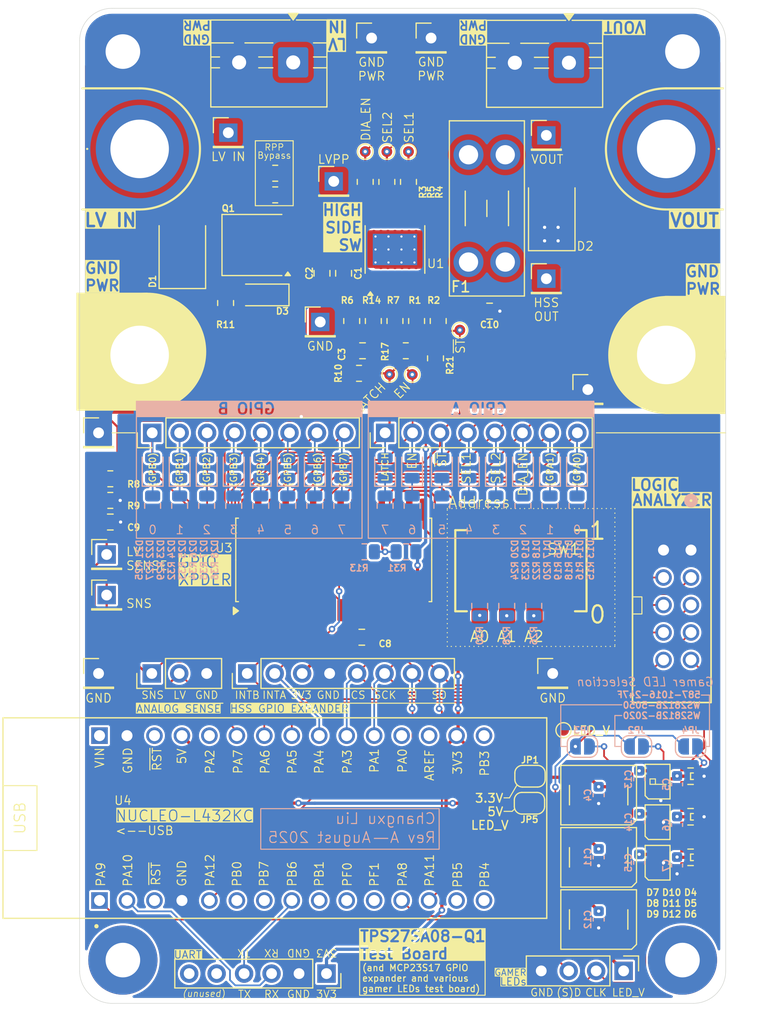
<source format=kicad_pcb>
(kicad_pcb (version 20241229) (generator "pcbnew") (generator_version "9.0")
  (layers (0 "F.Cu" signal) (2 "B.Cu" signal) (13 "F.Paste" user) (15 "B.Paste" user) (5 "F.SilkS" user "F.Silkscreen") (7 "B.SilkS" user "B.Silkscreen") (1 "F.Mask" user) (3 "B.Mask" user) (25 "Edge.Cuts" user))
  (net 0 "")
  (net 1 "/LV_IN")
  (net 2 "/SNS_A")
  (net 3 "/LV_SENSE")
  (net 4 "/VOUT_A")
  (net 5 "GND")
  (net 6 "Net-(U1-~{ST})")
  (net 7 "GNDPWR")
  (net 8 "Net-(D4-CKO)")
  (net 9 "+3V3")
  (net 10 "/LED_CK")
  (net 11 "Net-(D4-SDO)")
  (net 12 "Net-(D5-CKO)")
  (net 13 "Net-(D5-SDO)")
  (net 16 "Net-(U1-EN)")
  (net 17 "Net-(U1-DIA_EN)")
  (net 18 "Net-(U1-SEL1)")
  (net 19 "Net-(U1-SEL2)")
  (net 20 "Net-(U1-LATCH)")
  (net 21 "/LV_IN_PP")
  (net 22 "Net-(D3-A)")
  (net 23 "Net-(U1-SNS)")
  (net 24 "Net-(U3-A2)")
  (net 25 "Net-(U3-A1)")
  (net 26 "Net-(U3-A0)")
  (net 27 "Net-(U3-~{RESET})")
  (net 30 "/INTB")
  (net 31 "/INTA")
  (net 32 "/HSSOUT_A")
  (net 35 "/SI")
  (net 36 "/SCK")
  (net 37 "/SO")
  (net 38 "Net-(D7-DOUT)")
  (net 39 "Net-(D8-DOUT)")
  (net 41 "Net-(D10-DIN)")
  (net 42 "Net-(D10-DOUT)")
  (net 44 "LED_V")
  (net 45 "Net-(D4-SDI)")
  (net 46 "Net-(D7-DIN)")
  (net 47 "Net-(D11-DOUT)")
  (net 48 "/HSS_CS")
  (net 49 "/LED_D")
  (net 58 "/UART_TX")
  (net 60 "+5V")
  (net 61 "/UART_RX")
  (net 71 "/GPA0")
  (net 72 "Net-(D13-K)")
  (net 73 "Net-(D14-K)")
  (net 74 "/GPA1")
  (net 75 "/GPA2")
  (net 76 "Net-(D15-K)")
  (net 77 "/GPA3")
  (net 78 "Net-(D16-K)")
  (net 79 "Net-(D17-K)")
  (net 80 "/GPA4")
  (net 81 "/GPA5")
  (net 82 "Net-(D18-K)")
  (net 83 "Net-(D19-K)")
  (net 84 "/GPA6")
  (net 85 "/GPA7")
  (net 86 "Net-(D20-K)")
  (net 87 "Net-(D21-K)")
  (net 88 "/GPB0")
  (net 89 "Net-(D22-K)")
  (net 90 "/GPB1")
  (net 91 "/GPB2")
  (net 92 "Net-(D23-K)")
  (net 93 "Net-(D24-K)")
  (net 94 "/GPB3")
  (net 95 "Net-(D25-K)")
  (net 96 "/GPB4")
  (net 97 "/GPB5")
  (net 98 "Net-(D26-K)")
  (net 99 "/GPB6")
  (net 100 "Net-(D27-K)")
  (net 101 "Net-(D28-K)")
  (net 102 "/GPB7")
  (footprint "Resistor_SMD:R_0805_2012Metric" (layer "F.Cu") (at 128.3375 61)
    (property "Reference" "R37" (hide yes))
    (property "Value" "0")
  )
  (footprint "Connector_PinHeader_2.54mm:PinHeader_1x01_P2.54mm_Vertical" (layer "F.Cu") (at 154 107.25)
    (property "Reference" "TP5" (hide yes))
    (property "Value" "TestPoint")
  )
  (footprint "Capacitor_SMD:C_0805_2012Metric" (layer "F.Cu") (at 136.345 103.9)
    (property "Reference" "C8")
    (property "Value" "1u")
  )
  (footprint "PowerDistributionUnitLib:5754" (layer "F.Cu") (at 164.5 77.8 180)
    (property "Reference" "J4" (hide yes))
    (property "Value" "575-4" (hide yes))
  )
  (footprint "Connector_PinHeader_2.54mm:PinHeader_1x01_P2.54mm_Vertical" (layer "F.Cu") (at 112 107.25)
    (property "Reference" "TP10" (hide yes))
    (property "Value" "TestPoint")
  )
  (footprint "Resistor_SMD:R_0805_2012Metric" (layer "F.Cu") (at 135.4125 74.6625 -90)
    (property "Reference" "R6")
    (property "Value" "392")
  )
  (footprint "Resistor_SMD:R_0805_2012Metric" (layer "F.Cu") (at 123.75 73 -90)
    (property "Reference" "R11")
    (property "Value" "100k")
  )
  (footprint "Connector_PinHeader_2.54mm:PinHeader_1x01_P2.54mm_Vertical" (layer "F.Cu") (at 124 57.25)
    (property "Reference" "TP1" (hide yes))
    (property "Value" "TestPoint")
  )
  (footprint "Capacitor_SMD:C_0805_2012Metric" (layer "F.Cu") (at 113.0875 93.25)
    (property "Reference" "C9")
    (property "Value" "10n")
  )
  (footprint "Connector_PinHeader_2.54mm:PinHeader_1x03_P2.54mm_Vertical" (layer "F.Cu") (at 116.92 107.25 90)
    (property "Reference" "J14" (hide yes))
    (property "Value" "Conn_01x02")
  )
  (footprint "TerminalBlock:TerminalBlock_MaiXu_MX126-5.0-02P_1x02_P5.00mm" (layer "F.Cu") (at 155.5 50.7825 180)
    (property "Reference" "J8" (hide yes))
    (property "Value" "Conn_01x02")
  )
  (footprint "Connector_PinHeader_2.54mm:PinHeader_1x01_P2.54mm_Vertical" (layer "F.Cu") (at 132.5 74.75)
    (property "Reference" "TP11" (hide yes))
    (property "Value" "TestPoint")
  )
  (footprint "Connector_PinHeader_2.54mm:PinHeader_1x01_P2.54mm_Vertical" (layer "F.Cu") (at 112 85)
    (property "Reference" "TP6" (hide yes))
    (property "Value" "TestPoint")
  )
  (footprint "Connector_PinHeader_2.54mm:PinHeader_1x01_P2.54mm_Vertical" (layer "F.Cu") (at 112.75 96.25)
    (property "Reference" "TP26" (hide yes))
    (property "Value" "TestPoint_Small")
  )
  (footprint "NetTie:NetTie-2_SMD_Pad0.5mm" (layer "F.Cu") (at 136.1625 71.75 -90)
    (property "Reference" "NT1" (hide yes))
    (property "Value" "NetTie_2" (hide yes))
  )
  (footprint "Connector_PinHeader_2.54mm:PinHeader_1x01_P2.54mm_Vertical" (layer "F.Cu") (at 153.4125 70.75)
    (property "Reference" "TP2" (hide yes))
    (property "Value" "TestPoint")
  )
  (footprint "Resistor_SMD:R_0805_2012Metric" (layer "F.Cu") (at 128.3375 63)
    (property "Reference" "R12" (hide yes))
    (property "Value" "0")
  )
  (footprint "Package_SO:PowerPAK_SO-8L_Single" (layer "F.Cu") (at 126.75 67.635 180)
    (property "Reference" "Q1")
    (property "Value" "SQJ141ELP")
  )
  (footprint "PowerDistributionUnitLib:MODULE_NUCLEO-L432KC" (layer "F.Cu") (at 128.305 120.62 90)
    (property "Reference" "U4")
    (property "Value" "NUCLEO_L432KC")
  )
  (footprint "Resistor_SMD:R_0805_2012Metric" (layer "F.Cu") (at 136.0875 79.5 180)
    (property "Reference" "R10")
    (property "Value" "2k")
  )
  (footprint "Package_SO:HTSSOP-16-1EP_4.4x5mm_P0.65mm_EP3.4x5mm_Mask2.66x2.46mm_ThermalVias" (layer "F.Cu") (at 139.4125 68.05 90)
    (property "Reference" "U1")
    (property "Value" "TPS27SA08-Q1")
  )
  (footprint "Connector_PinHeader_2.54mm:PinHeader_1x01_P2.54mm_Vertical" (layer "F.Cu") (at 153.4125 57.5)
    (property "Reference" "TP3" (hide yes))
    (property "Value" "TestPoint")
  )
  (footprint "TestPoint:TestPoint_Pad_D1.0mm" (layer "F.Cu") (at 136.6625 59)
    (property "Reference" "TP13" (hide yes))
    (property "Value" "TestPoint_Small")
  )
  (footprint "TerminalBlock:TerminalBlock_MaiXu_MX126-5.0-02P_1x02_P5.00mm" (layer "F.Cu") (at 130 50.75 180)
    (property "Reference" "J7" (hide yes))
    (property "Value" "Conn_01x02")
  )
  (footprint "Capacitor_SMD:C_0805_2012Metric" (layer "F.Cu") (at 132.6625 70.25 -90)
    (property "Reference" "C2")
    (property "Value" "10u")
  )
  (footprint "LED_SMD:LED_WS2812B-2020_PLCC4_2.0x2.0mm" (layer "F.Cu") (at 163.7 117.25 90)
    (property "Reference" "D10")
    (property "Value" "WS2812B-2020")
  )
  (footprint "PowerDistributionUnitLib:ADE04S04" (layer "F.Cu") (at 151.06 97.75 90)
    (property "Reference" "SW1")
    (property "Value" "SW_DIP_x04" (hide yes))
  )
  (footprint "Resistor_SMD:R_0805_2012Metric" (layer "F.Cu") (at 113.0875 89.25)
    (property "Reference" "R8")
    (property "Value" "21k")
  )
  (footprint "Capacitor_SMD:C_0805_2012Metric" (layer "F.Cu") (at 136.4125 77.4125 180)
    (property "Reference" "C3")
    (property "Value" "10n")
  )
  (footprint "Resistor_SMD:R_0805_2012Metric" (layer "F.Cu") (at 143.4125 74.6625 -90)
    (property "Reference" "R2")
    (property "Value" "15k")
  )
  (footprint "PowerDistributionUnitLib:5754" (layer "F.Cu") (at 115.8 77.8)
    (property "Reference" "J2" (hide yes))
    (property "Value" "575-4" (hide yes))
  )
  (footprint "Resistor_SMD:R_0805_2012Metric" (layer "F.Cu") (at 113.0875 91.25)
    (property "Reference" "R9")
    (property "Value" "3k")
  )
  (footprint "PowerDistributionUnitLib:5754" (layer "F.Cu") (at 164.5 58.75 180)
    (property "Reference" "J3" (hide yes))
    (property "Value" "575-4" (hide yes))
  )
  (footprint "TestPoint:TestPoint_Pad_D1.0mm" (layer "F.Cu") (at 138.9125 79.6125)
    (property "Reference" "TP16" (hide yes))
    (property "Value" "TestPoint_Small")
  )
  (footprint "Diode_SMD:D_SMB" (layer "F.Cu") (at 153.9125 64.5 90)
    (property "Reference" "D2")
    (property "Value" "SMBJ30D-M3I")
  )
  (footprint "Resistor_SMD:R_0805_2012Metric" (layer "F.Cu") (at 143.1625 78.1125 -90)
    (property "Reference" "R21")
    (property "Value" "2k")
  )
  (footprint "PowerDistributionUnitLib:587-1016-247F" (layer "F.Cu") (at 166.75 124.25 90)
    (property "Reference" "D6")
    (property "Value" "587-1016-247F")
  )
  (footprint "TestPoint:TestPoint_Pad_D1.0mm" (layer "F.Cu") (at 155 112.5)
    (property "Reference" "TP19" (hide yes))
    (property "Value" "TestPoint_Small")
  )
  (footprint "Capacitor_SMD:C_0805_2012Metric" (layer "F.Cu") (at 148.1625 73.75)
    (property "Reference" "C10")
    (property "Value" "22n")
  )
  (footprint "Resistor_SMD:R_0805_2012Metric" (layer "F.Cu") (at 140.6625 61.8 -90)
    (property "Reference" "R4")
    (property "Value" "15k")
  )
  (footprint "Jumper:SolderJumper-2_P1.3mm_Open_RoundedPad1.0x1.5mm" (layer "F.Cu") (at 151.85 119.25)
    (property "Reference" "JP5")
    (property "Value" "SolderJumper_2_Open")
  )
  (footprint "PowerDistributionUnitLib:587-1016-247F" (layer "F.Cu") (at 166.75 116.75 90)
    (property "Reference" "D4")
    (property "Value" "587-1016-247F")
  )
  (footprint "Connector_PinHeader_2.54mm:PinHeader_1x08_P2.54mm_Vertical" (layer "F.Cu") (at 116.96 85 90)
    (property "Reference" "J12" (hide yes))
    (property "Value" "Conn_01x02")
  )
  (footprint "Resistor_SMD:R_0805_2012Metric" (layer "F.Cu") (at 137.4125 74.6625 -90)
    (property "Reference" "R14")
    (property "Value" "15k")
  )
  (footprint "Resistor_SMD:R_0805_2012Metric" (layer "F.Cu") (at 139.4125 74.6625 90)
    (property "Reference" "R7")
    (property "Value" "15k")
  )
  (footprint "Connector_PinHeader_2.54mm:PinHeader_1x01_P2.54mm_Vertical" (layer "F.Cu") (at 133.75 61.75)
    (property "Reference" "TP4" (hide yes))
    (property "Value" "TestPoint")
  )
  (footprint "LED_SMD:LED_WS2812B_PLCC4_5.0x5.0mm_P3.2mm" (layer "F.Cu") (at 158.25 130)
    (property "Reference" "D9")
    (property "Value" "WS2812B")
  )
  (footprint "TestPoint:TestPoint_Pad_D1.0mm" (layer "F.Cu") (at 140.6625 59)
    (property "Reference" "TP14" (hide yes))
    (property "Value" "TestPoint_Small")
  )
  (footprint "LED_SMD:LED_WS2812B_PLCC4_5.0x5.0mm_P3.2mm" (layer "F.Cu") (at 158.25 118.5)
    (property "Reference" "D7")
    (property "Value" "WS2812B")
  )
  (footprint "Resistor_SMD:R_0805_2012Metric" (layer "F.Cu") (at 140.4125 77.4125 180)
    (property "Reference" "R17")
    (property "Value" "2k")
  )
  (footprint "Fuse:Fuseholder_Blade_Mini_Keystone_3568" (layer "F.Cu") (at 146.2125 69.21 90)
    (property "Reference" "F1")
    (property "Value" "Fuse")
  )
  (footprint "LED_SMD:LED_WS2812B-2020_PLCC4_2.0x2.0mm" (layer "F.Cu") (at 163.7 121 90)
    (property "Reference" "D11")
    (property "Value" "WS2812B-2020")
  )
  (footprint "TestPoint:TestPoint_Pad_D1.0mm" (layer "F.Cu") (at 145.4125 75.5)
    (property "Reference" "TP17" (hide yes))
    (property "Value" "TestPoint_Small")
  )
  (footprint "Jumper:SolderJumper-2_P1.3mm_Open_RoundedPad1.0x1.5mm" (layer "F.Cu") (at 151.9 116.75)
    (property "Reference" "JP1")
    (property "Value" "SolderJumper_2_Open")
  )
  (footprint "Resistor_SMD:R_0805_2012Metric" (layer "F.Cu") (at 141.4125 74.6625 90)
    (property "Reference" "R1")
    (property "Value" "15k")
  )
  (footprint "Connector_PinHeader_2.54mm:PinHeader_1x01_P2.54mm_Vertical" (layer "F.Cu") (at 142.75 48.5)
    (property "Reference" "TP9" (hide yes))
    (property "Value" "TestPoint")
  )
  (footprint "Connector_PinHeader_2.54mm:PinHeader_1x01_P2.54mm_Vertical" (layer "F.Cu") (at 157.25 81)
    (property "Reference" "TP8" (hide yes))
    (property "Value" "TestPoint")
  )
  (footprint "MountingHole:MountingHole_3.2mm_M3_Pad" (layer "F.Cu") (at 166 133.75)
    (property "Reference" "H4" (hide yes))
    (property "Value" "MountingHole_Pad")
  )
  (footprint "Connector_PinHeader_2.54mm:PinHeader_1x08_P2.54mm_Vertical" (layer "F.Cu") (at 125.75 107.25 90)
    (property "Reference" "J9" (hide yes))
    (property "Value" "Conn_01x02")
  )
  (footprint "PowerDistributionUnitLib:5754" (layer "F.Cu") (at 115.8 58.75)
    (property "Reference" "J1" (hide yes))
    (property "Value" "575-4" (hide yes))
  )
  (footprint "Capacitor_SMD:C_0805_2012Metric" (layer "F.Cu") (at 134.6625 70.25 -90)
    (property "Reference" "C1")
    (property "Value" "1u")
  )
  (footprint "PowerDistributionUnitLib:587-1016-247F" (layer "F.Cu") (at 166.75 120.5 90)
    (property "Reference" "D5")
    (property "Value" "587-1016-247F")
  )
  (footprint "Connector_PinHeader_2.54mm:PinHeader_1x01_P2.54mm_Vertical" (layer "F.Cu") (at 137.25 48.5)
    (property "Reference" "TP7" (hide yes))
    (property "Value" "TestPoint")
  )
  (footprint "LED_SMD:LED_WS2812B_PLCC4_5.0x5.0mm_P3.2mm" (layer "F.Cu") (at 158.25 124.25)
    (property "Reference" "D8")
    (property "Value" "WS2812B")
  )
  (footprint "Resistor_SMD:R_0805_2012Metric" (layer "F.Cu") (at 138.6625 61.8 -90)
    (property "Reference" "R5")
    (property "Value" "15k")
  )
  (footprint "TestPoint:TestPoint_Pad_D1.0mm" (layer "F.Cu") (at 138.6625 59)
    (property "Reference" "TP15" (hide yes))
    (property "Value" "TestPoint_Small")
  )
  (footprint "LED_SMD:LED_WS2812B-2020_PLCC4_2.0x2.0mm" (layer "F.Cu") (at 163.7 124.75 90)
    (property "Reference" "D12")
    (property "Value" "WS2812B-2020")
  )
  (footprint "Connector_PinSocket_2.54mm:PinSocket_1x06_P2.54mm_Vertical" (layer "F.Cu") (at 133.08 135 -90)
    (property "Reference" "J15" (hide yes))
    (property "Value" "Conn_01x06")
  )
  (footprint "MountingHole:MountingHole_3.2mm_M3_Pad" (layer "F.Cu") (at 114.25 49.75)
    (property "Reference" "H1" (hide yes))
    (property "Value" "MountingHole_Pad")
  )
  (footprint "Diode_SMD:D_SMB" (layer "F.Cu") (at 119.75 68 90)
    (property "Reference" "D1")
    (property "Value" "SMBJ30D-M3I")
  )
  (footprint "Connector_PinHeader_2.54mm:PinHeader_1x01_P2.54mm_Vertical" (layer "F.Cu") (at 112.75 100)
    (property "Reference" "TP18" (hide yes))
    (property "Value" "TestPoint_Small")
  )
  (footprint "PowerDistributionUnitLib:CONN_SFH11-xxxC-D05-ST-XX_SUL" (layer "F.Cu") (at 166.79 95.84 -90)
    (property "Reference" "U2" (hide yes))
    (property "Value" "Logic Analyzer")
  )
  (footprint "Connector_PinHeader_2.54mm:PinHeader_1x08_P2.54mm_Vertical" (layer "F.Cu") (at 138.5 85 90)
    (property "Reference" "J11" (hide yes))
    (property "Value" "Conn_01x02")
  )
  (footprint "MountingHole:MountingHole_3.2mm_M3_Pad" (layer "F.Cu") (at 114.25 133.75)
    (property "Reference" "H3" (hide yes))
    (property "Value" "MountingHole_Pad")
  )
  (footprint "TestPoint:TestPoint_Pad_D1.0mm" (layer "F.Cu") (at 141.0125 79.6125)
    (property "Reference" "TP12" (hide yes))
    (property "Value" "TestPoint_Small")
  )
  (footprint "Diode_SMD:D_SOD-123" (layer "F.Cu") (at 127.25 72.25 180)
    (property "Reference" "D3")
    (property "Value" "MMSZ4687")
  )
  (footprint "Resistor_SMD:R_0805_2012Metric" (layer "F.Cu") (at 136.6625 61.8 -90)
    (property "Reference" "R3")
    (property "Value" "15k")
  )
  (footprint "Connector_PinHeader_2.54mm:PinHeader_1x04_P2.54mm_Vertical" (layer "F.Cu") (at 160.56 134.75 -90)
    (property "Reference" "J10" (hide yes))
    (property "Value" "Conn_01x04")
  )
  (footprint "Package_SO:SOIC-28W_7.5x17.9mm_P1.27mm" (layer "F.Cu") (at 133.75 96.75 90)
    (property "Reference" "U3")
    (property "Value" "MCP23S17-E/SO")
  )
  (footprint "MountingHole:MountingHole_3.2mm_M3_Pad" (layer "F.Cu") (at 166 49.75)
    (property "Reference" "H2" (hide yes))
    (property "Value" "MountingHole_Pad")
  )
  (footprint "LED_SMD:LED_0805_2012Metric" (layer "B.Cu") (at 117 88.25 90)
    (property "Reference" "D21")
    (property "Value" "LED_Small")
  )
  (footprint "LED_SMD:LED_0805_2012Metric" (layer "B.Cu") (at 134.5 88.25 90)
    (property "Reference" "D28")
    (property "Value" "LED_Small")
  )
  (footprint "Resistor_SMD:R_0805_2012Metric" (layer "B.Cu") (at 129.5 91.75 -90)
    (property "Reference" "R34")
    (property "Value" "1k")
  )
  (footprint "LED_SMD:LED_0805_2012Metric" (layer "B.Cu") (at 132 88.25 90)
    (property "Reference" "D27")
    (property "Value" "LED_Small")
  )
  (footprint "LED_SMD:LED_0805_2012Metric" (layer "B.Cu") (at 127 88.25 90)
    (property "Reference" "D25")
    (property "Value" "LED_Small")
  )
  (footprint "LED_SMD:LED_0805_2012Metric" (layer "B.Cu") (at 146.25 88.25 90)
    (property "Reference" "D17")
    (property "Value" "LED_Small")
  )
  (footprint "LED_SMD:LED_0805_2012Metric" (layer "B.Cu") (at 138.5 88.25 90)
    (property "Reference" "D20")
    (property "Value" "LED_Small")
  )
  (footprint "Capacitor_SMD:C_0603_1608Metric" (layer "B.Cu") (at 158.25 118.5 -90)
    (property "Reference" "C4")
    (property "Value" "1u")
  )
  (footprint "Resistor_SMD:R_0805_2012Metric" (layer "B.Cu") (at 138.5 91.75 -90)
    (property "Reference" "R24")
    (property "Value" "1k")
  )
  (footprint "Resistor_SMD:R_0805_2012Metric" (layer "B.Cu") (at 117 91.75 -90)
    (property "Reference" "R25")
    (property "Value" "1k")
  )
  (footprint "Resistor_SMD:R_0805_2012Metric" (layer "B.Cu") (at 148.75 91.75 -90)
    (property "Reference" "R19")
    (property "Value" "1k")
  )
  (footprint "NetTie:NetTie-2_SMD_Pad0.5mm" (layer "B.Cu") (at 115.5 83 -90)
    (property "Reference" "NT2" (hide yes))
    (property "Value" "NetTie_2" (hide yes))
  )
  (footprint "Resistor_SMD:R_0805_2012Metric" (layer "B.Cu") (at 153.75 91.75 -90)
    (property "Reference" "R16")
    (property "Value" "1k")
  )
  (footprint "Capacitor_SMD:C_0603_1608Metric" (layer "B.Cu") (at 162 117.025 -90)
    (property "Reference" "C13")
    (property "Value" "1u")
  )
  (footprint "LED_SMD:LED_0805_2012Metric" (layer "B.Cu") (at 148.75 88.25 90)
    (property "Reference" "D16")
    (property "Value" "LED_Small")
  )
  (footprint "LED_SMD:LED_0805_2012Metric" (layer "B.Cu") (at 122 88.25 90)
    (property "Reference" "D23")
    (property "Value" "LED_Small")
  )
  (footprint "Resistor_SMD:R_0805_2012Metric" (layer "B.Cu") (at 122 91.75 -90)
    (property "Reference" "R29")
    (property "Value" "1k")
  )
  (footprint "Capacitor_SMD:C_0603_1608Metric" (layer "B.Cu") (at 162 124.75 -90)
    (property "Reference" "C15")
    (property "Value" "1u")
  )
  (footprint "Resistor_SMD:R_0805_2012Metric" (layer "B.Cu") (at 140.4325 96)
    (property "Reference" "R31")
    (property "Value" "2k")
  )
  (footprint "Capacitor_SMD:C_0603_1608Metric" (layer "B.Cu") (at 162 121 -90)
    (property "Reference" "C14")
    (property "Value" "1u")
  )
  (footprint "Jumper:SolderJumper-2_P1.3mm_Open_RoundedPad1.0x1.5mm" (layer "B.Cu") (at 166.75 114)
    (property "Reference" "JP4")
    (property "Value" "SolderJumper_2_Open")
  )
  (footprint "Jumper:SolderJumper-2_P1.3mm_Open_RoundedPad1.0x1.5mm" (layer "B.Cu") (at 161.75 114)
    (property "Reference" "JP2")
    (property "Value" "SolderJumper_2_Open")
  )
  (footprint "Resistor_SMD:R_0805_2012Metric" (layer "B.Cu") (at 134.5 91.75 -90)
    (property "Reference" "R36")
    (property "Value" "1k")
  )
  (footprint "LED_SMD:LED_0805_2012Metric" (layer "B.Cu") (at 151.25 88.25 90)
    (property "Reference" "D15")
    (property "Value" "LED_Small")
  )
  (footprint "LED_SMD:LED_0805_2012Metric" (layer "B.Cu") (at 143.75 88.25 90)
    (property "Reference" "D18")
    (property "Value" "LED_Small")
  )
  (footprint "Capacitor_SMD:C_0603_1608Metric" (layer "B.Cu") (at 165.5 121.25 -90)
    (property "Reference" "C6")
    (property "Value" "1u")
  )
  (footprint "Resistor_SMD:R_0805_2012Metric" (layer "B.Cu") (at 136.595 96)
    (property "Reference" "R13")
    (property "Value" "2k")
  )
  (footprint "LED_SMD:LED_0805_2012Metric" (layer "B.Cu") (at 156.25 88.25 90)
    (property "Reference" "D13")
    (property "Value" "LED_Small")
  )
  (footprint "LED_SMD:LED_0805_2012Metric" (layer "B.Cu") (at 141 88.25 90)
    (property "Reference" "D19")
    (property "Value" "LED_Small")
  )
  (footprint "Capacitor_SMD:C_0603_1608Metric" (layer "B.Cu") (at 165.5 117.5 -90)
    (property "Reference" "C5")
    (property "Value" "1u")
  )
  (footprint "Resistor_SMD:R_0805_2012Metric" (layer "B.Cu") (at 124.5 91.75 -90)
    (property "Reference" "R32")
    (property "Value" "1k")
  )
  (footprint "LED_SMD:LED_0805_2012Metric" (layer "B.Cu") (at 124.5 88.25 90)
    (property "Reference" "D24")
    (property "Value" "LED_Small")
  )
  (footprint "Resistor_SMD:R_0805_2012Metric" (layer "B.Cu") (at 156.25 91.75 -90)
    (property "Reference" "R15")
    (property "Value" "1k")
  )
  (footprint "Resistor_SMD:R_0805_2012Metric" (layer "B.Cu") (at 151.25 91.75 -90)
    (property "Reference" "R18")
    (property "Value" "1k")
  )
  (footprint "LED_SMD:LED_0805_2012Metric" (layer "B.Cu") (at 129.5 88.25 90)
    (property "Reference" "D26")
    (property "Value" "LED_Small")
  )
  (footprint "Jumper:SolderJumper-2_P1.3mm_Open_RoundedPad1.0x1.5mm" (layer "B.Cu") (at 156.75 114)
    (property "Reference" "JP3")
    (property "Value" "SolderJumper_2_Open")
  )
  (footprint "Resistor_SMD:R_0805_2012Metric" (layer "B.Cu") (at 152.25 101 -90)
    (property "Reference" "R26")
    (property "Value" "1k")
  )
  (footprint "Capacitor_SMD:C_0603_1608Metric" (layer "B.Cu") (at 158.25 130 -90)
    (property "Reference" "C12")
    (property "Value" "1u")
  )
  (footprint "Resistor_SMD:R_0805_2012Metric" (layer "B.Cu") (at 132 91.75 -90)
    (property "Reference" "R35")
    (property "Value" "1k")
  )
  (footprint "Resistor_SMD:R_0805_2012Metric" (layer "B.Cu") (at 146.25 91.75 -90)
    (property "Reference" "R20")
    (property "Value" "1k")
  )
  (footprint "Resistor_SMD:R_0805_2012Metric" (layer "B.Cu") (at 119.5 91.75 -90)
    (property "Reference" "R27")
    (property "Value" "1k")
  )
  (footprint "UTSVT_Logos:LHRs_LOGO" (layer "B.Cu") (at 143.25 135.25 180)
    (property "Reference" "G***" (hide yes))
    (property "Value" "LHRs_LOGO" (hide yes))
  )
  (footprint "Capacitor_SMD:C_0603_1608Metric" (layer "B.Cu") (at 158.25 124.25 -90)
    (property "Reference" "C11")
    (property "Value" "1u")
  )
  (footprint "Resistor_SMD:R_0805_2012Metric" (layer "B.Cu") (at 127 91.75 -90)
    (property "Reference" "R33")
    (property "Value" "1k")
  )
  (footprint "Resistor_SMD:R_0805_2012Metric" (layer "B.Cu") (at 147.25 101 -90)
    (property "Reference" "R30")
    (property "Value" "1k")
  )
  (footprint "LED_SMD:LED_0805_2012Metric" (layer "B.Cu") (at 153.75 88.25 90)
    (property "Reference" "D14")
    (property "Value" "LED_Small")
  )
  (footprint "Capacitor_SMD:C_0603_1608Metric" (layer "B.Cu") (at 165.5 125 -90)
    (property "Reference" "C7")
    (property "Value" "1u")
  )
  (footprint "Resistor_SMD:R_0805_2012Metric" (layer "B.Cu") (at 149.75 101 -90)
    (property "Reference" "R28")
    (property "Value" "1k")
  )
  (footprint "Resistor_SMD:R_0805_2012Metric" (layer "B.Cu") (at 143.75 91.75 -90)
    (property "Reference" "R22")
    (property "Value" "1k")
  )
  (footprint "Resistor_SMD:R_0805_2012Metric" (layer "B.Cu") (at 141 91.75 -90)
    (property "Reference" "R23")
    (property "Value" "1k")
  )
  (footprint "LED_SMD:LED_0805_2012Metric" (layer "B.Cu") (at 119.5 88.25 90)
    (property "Reference" "D22")
    (property "Value" "LED_Small")
  )
  (gr_line (start 163 117.5) (end 164.5 117.5) (stroke (width 0.1)) (layer "F.SilkS"))
  (gr_line (start 169.75 64.35) (end 164.6 64.35) (stroke (width 0.2)) (layer "F.SilkS"))
  (gr_line (start 115.8 64.35) (end 110.5 64.35) (stroke (width 0.2)) (layer "F.SilkS"))
  (gr_line (start 126.5 58) (end 130 58) (stroke (width 0.1)) (layer "F.SilkS"))
  (gr_line (start 149.5 120) (end 150.25 120) (stroke (width 0.1)) (layer "F.SilkS"))
  (gr_line (start 158.04 85) (end 170 85) (stroke (width 0.1)) (layer "F.SilkS"))
  (gr_circle (center 116.5 77.5) (end 121 74.5) (stroke (width 0.1)) (fill yes) (layer "F.SilkS"))
  (gr_line (start 130 64) (end 130 58) (stroke (width 0.1)) (layer "F.SilkS"))
  (gr_line (start 126.5 64) (end 130 64) (stroke (width 0.1)) (layer "F.SilkS"))
  (gr_line (start 115.8 53.15) (end 110.5 53.15) (stroke (width 0.2)) (layer "F.SilkS"))
  (gr_line (start 163 117.5) (end 163 117) (stroke (width 0.1)) (layer "F.SilkS"))
  (gr_line (start 115.5 110) (end 123.5 110) (stroke (width 0.1)) (layer "F.SilkS"))
  (gr_rect (start 144.25 92) (end 159.75 104.75) (stroke (width 0.1) (type dot)) (fill no) (layer "F.SilkS"))
  (gr_line (start 150.25 120) (end 150.5 119.75) (stroke (width 0.1)) (layer "F.SilkS"))
  (gr_arc (start 115.8 53.15) (mid 121.4 58.75) (end 115.8 64.35) (stroke (width 0.2)) (layer "F.SilkS"))
  (gr_circle (center 164.591673 77.8) (end 160.091673 74.8) (stroke (width 0.1)) (fill yes) (layer "F.SilkS"))
  (gr_line (start 163 117) (end 163.5 117) (stroke (width 0.1)) (layer "F.SilkS"))
  (gr_line (start 169.75 53.15) (end 164.5 53.15) (stroke (width 0.2)) (layer "F.SilkS"))
  (gr_line (start 126.5 58) (end 126.5 64) (stroke (width 0.1)) (layer "F.SilkS"))
  (gr_line (start 149.5 118.75) (end 150 118.75) (stroke (width 0.1)) (layer "F.SilkS"))
  (gr_line (start 150 118.75) (end 150.705026 117.544975) (stroke (width 0.1)) (layer "F.SilkS"))
  (gr_line (start 163.5 117) (end 163.5 117.5) (stroke (width 0.1)) (layer "F.SilkS"))
  (gr_rect (start 161.3798 100.17) (end 162.25 101.75) (stroke (width 0.1)) (fill no) (layer "F.SilkS"))
  (gr_rect (start 136.143488 133.75) (end 147.75 137) (stroke (width 0.1)) (fill no) (layer "F.SilkS"))
  (gr_line (start 115.38 85) (end 113.25 85) (stroke (width 0.1)) (layer "F.SilkS"))
  (gr_arc (start 164.5 64.35) (mid 158.9 58.75) (end 164.5 53.15) (stroke (width 0.2)) (layer "F.SilkS"))
  (gr_rect (start 110 72.091673) (end 116.5 82.904427) (stroke (width 0.1)) (fill yes) (layer "F.SilkS"))
  (gr_rect (start 164.404325 72.388026) (end 169.946443 83.207682) (stroke (width 0.1)) (fill yes) (layer "F.SilkS"))
  (gr_line (start 124.25 110) (end 145 110) (stroke (width 0.1)) (layer "F.SilkS"))
  (gr_rect (start 149.797514 82.080419) (end 157.81168 83.5) (stroke (width 0.1)) (fill yes) (layer "B.SilkS"))
  (gr_line (start 168.15 114) (end 168.5 114) (stroke (width 0.1)) (layer "B.SilkS"))
  (gr_rect (start 115.5 83.5) (end 136.367936 94.75) (stroke (width 0.1)) (fill no) (layer "B.SilkS"))
  (gr_rect (start 128.35377 82.080419) (end 136.367936 83.5) (stroke (width 0.1)) (fill yes) (layer "B.SilkS"))
  (gr_rect (start 127 119.75) (end 143.5 123.5) (stroke (width 0.1)) (fill no) (layer "B.SilkS"))
  (gr_line (start 154.742977 110.14759) (end 160.392569 110.14759) (stroke (width 0.1)) (layer "B.SilkS"))
  (gr_line (start 159.75 111.138788) (end 160.380735 111.138788) (stroke (width 0.1)) (layer "B.SilkS"))
  (gr_line (start 137.5 122.5) (end 138.75 122.5) (stroke (width 0.1)) (layer "B.SilkS"))
  (gr_rect (start 115.5 82.080419) (end 123.056256 83.5) (stroke (width 0.1)) (fill yes) (layer "B.SilkS"))
  (gr_line (start 168.5 109.25) (end 168.5 114) (stroke (width 0.1)) (layer "B.SilkS"))
  (gr_line (start 167.75 109.25) (end 168.5 109.25) (stroke (width 0.1)) (layer "B.SilkS"))
  (gr_line (start 160.35 114) (end 159.75 114) (stroke (width 0.1)) (layer "B.SilkS"))
  (gr_line (start 159.75 114) (end 159.75 111.138788) (stroke (width 0.1)) (layer "B.SilkS"))
  (gr_rect (start 136.943744 82.080419) (end 144.5 83.5) (stroke (width 0.1)) (fill yes) (layer "B.SilkS"))
  (gr_line (start 154.75 114) (end 154.742977 110.14759) (stroke (width 0.1)) (layer "B.SilkS"))
  (gr_rect (start 136.943744 83.5) (end 157.81168 94.75) (stroke (width 0.1)) (fill no) (layer "B.SilkS"))
  (gr_line (start 155.35 114) (end 154.75 114) (stroke (width 0.1)) (layer "B.SilkS"))
  (gr_line (start 113.25 45.75) (end 167 45.75) (stroke (width 0.05)) (layer "Edge.Cuts"))
  (gr_line (start 110.25 134.75) (end 110.25 48.75) (stroke (width 0.05)) (layer "Edge.Cuts"))
  (gr_line (start 170 48.75) (end 170 134.75) (stroke (width 0.05)) (layer "Edge.Cuts"))
  (gr_arc (start 110.25 48.75) (mid 111.12868 46.62868) (end 113.25 45.75) (stroke (width 0.05)) (layer "Edge.Cuts"))
  (gr_arc (start 167 45.75) (mid 169.12132 46.62868) (end 170 48.75) (stroke (width 0.05)) (layer "Edge.Cuts"))
  (gr_arc (start 113.25 137.75) (mid 111.12868 136.87132) (end 110.25 134.75) (stroke (width 0.05)) (layer "Edge.Cuts"))
  (gr_arc (start 170 134.75) (mid 169.12132 136.87132) (end 167 137.75) (stroke (width 0.05)) (layer "Edge.Cuts"))
  (gr_line (start 167 137.75) (end 113.25 137.75) (stroke (width 0.05)) (layer "Edge.Cuts"))
  (gr_text "A1" (at 149.75 103.25 0) (layer "F.SilkS") (effects (font (size 1 1) (thickness 0.125)) (justify top)))
  (gr_text "(and MCP23S17 GPIO \nexpander and various \ngamer LEDs test board)" (at 136.327154 136.75 0) (layer "F.SilkS") (effects (font (size 0.6 0.6) (thickness 0.1) (bold yes)) (justify left bottom)))
  (gr_text "RPP" (at 128.25 58.25 0) (layer "F.SilkS") (effects (font (size 0.6 0.6) (thickness 0.075)) (justify top)))
  (gr_text "LED_V" (at 155.75 113 0) (layer "F.SilkS") (effects (font (size 0.8 0.8) (thickness 0.127)) (justify left bottom)))
  (gr_text "(GPB0)" (at 117 86.75 90) (layer "F.SilkS") (effects (font (size 0.6 0.6) (thickness 0.1)) (justify right)))
  (gr_text "SEL1" (at 140.25 56.75 90) (layer "F.SilkS") (effects (font (size 0.8 0.8) (thickness 0.1)) (justify top)))
  (gr_text "INTB" (at 125.75 109.25 0) (layer "F.SilkS") (effects (font (size 0.7 0.7) (thickness 0.0875))))
  (gr_text "1" (at 157.25 95 0) (layer "F.SilkS") (effects (font (size 1.6 1.6) (thickness 0.2)) (justify left bottom)))
  (gr_text "GAMER" (at 150.092221 134.895941 0) (layer "F.SilkS" knockout) (effects (font (size 0.6 0.6) (thickness 0.075))))
  (gr_text "LATCH" (at 138.5 86.75 90) (layer "F.SilkS") (effects (font (size 0.6 0.6) (thickness 0.1)) (justify right)))
  (gr_text "EN" (at 141 86.75 90) (layer "F.SilkS") (effects (font (size 0.8 0.8) (thickness 0.1)) (justify right)))
  (gr_text "VOUT" (at 158.62 48.057257 180) (layer "F.SilkS" knockout) (effects (font (size 1 1) (thickness 0.2) (bold yes)) (justify right top)))
  (gr_text "CS" (at 136 109.25 0) (layer "F.SilkS") (effects (font (size 0.7 0.7) (thickness 0.0875))))
  (gr_text "LV\nIN" (at 133.12 49.615352 180) (layer "F.SilkS" knockout) (effects (font (size 1 1) (thickness 0.2) (bold yes)) (justify right top)))
  (gr_text "GND" (at 130.5 136.5 0) (layer "F.SilkS") (effects (font (size 0.7 0.7) (thickness 0.0875)) (justify top)))
  (gr_text "GND\nPWR" (at 119.746521 49.062714 180) (layer "F.SilkS" knockout) (effects (font (size 0.8 0.8) (thickness 0.16) (bold yes)) (justify right top)))
  (gr_text "TX" (at 125.43 133.5 180) (layer "F.SilkS") (effects (font (size 0.7 0.7) (thickness 0.0875)) (justify top)))
  (gr_text "Address" (at 144.25 92 0) (layer "F.SilkS") (effects (font (size 1 1) (thickness 0.1)) (justify left bottom)))
  (gr_text "HIGH\nSIDE\nSW" (at 136.450831 68.230256 0) (layer "F.SilkS" knockout) (effects (font (size 1 1) (thickness 0.2) (bold yes)) (justify right bottom)))
  (gr_text "(GPB5)" (at 129.5 86.75 90) (layer "F.SilkS") (effects (font (size 0.6 0.6) (thickness 0.1)) (justify right)))
  (gr_text "GND\nPWR" (at 166.200388 69.501471 0) (layer "F.SilkS" knockout) (effects (font (size 1 1) (thickness 0.2) (bold yes)) (justify left top)))
  (gr_text "GND\nPWR" (at 145.284897 49.061986 180) (layer "F.SilkS" knockout) (effects (font (size 0.8 0.8) (thickness 0.16) (bold yes)) (justify right top)))
  (gr_text "HSS GPIO EXPANDER" (at 129.640462 110.501385 0) (layer "F.SilkS" knockout) (effects (font (size 0.7 0.7) (thickness 0.0875))))
  (gr_text "<--USB" (at 113.5 122.25 0) (layer "F.SilkS") (effects (font (size 0.8 0.8) (thickness 0.1)) (justify left bottom)))
  (gr_text "SO" (at 143.5 109.25 0) (layer "F.SilkS") (effects (font (size 0.7 0.7) (thickness 0.0875))))
  (gr_text "A2" (at 152.25 103.25 0) (layer "F.SilkS") (effects (font (size 1 1) (thickness 0.125)) (justify top)))
  (gr_text "Bypass" (at 128.25 59 0) (layer "F.SilkS") (effects (font (size 0.6 0.6) (thickness 0.075)) (justify top)))
  (gr_text "(GPA0)" (at 156.25 86.75 90) (layer "F.SilkS") (effects (font (size 0.6 0.6) (thickness 0.1)) (justify right)))
  (gr_text "(GPB6)" (at 132.25 86.75 90) (layer "F.SilkS") (effects (font (size 0.6 0.6) (thickness 0.1)) (justify right)))
  (gr_text "(GPA1)" (at 153.75 86.75 90) (layer "F.SilkS") (effects (font (size 0.6 0.6) (thickness 0.1)) (justify right)))
  (gr_text "~{ST}" (at 145 77 90) (layer "F.SilkS") (effects (font (size 0.8 0.8) (thickness 0.1)) (justify top)))
  (gr_text "LED_V" (at 161 136.75 0) (layer "F.SilkS") (effects (font (size 0.7 0.7) (thickness 0.0875))))
  (gr_text "A0" (at 147.25 103.25 0) (layer "F.SilkS") (effects (font (size 1 1) (thickness 0.125)) (justify top)))
  (gr_text "TPS27SA08-Q1\nTest Board" (at 136.077154 133.75 0) (layer "F.SilkS" knockout) (effects (font (size 1 1) (thickness 0.2) (bold yes)) (justify left bottom)))
  (gr_text "LVPP" (at 133.75 59.25 0) (layer "F.SilkS") (effects (font (size 0.8 0.8) (thickness 0.1)) (justify top)))
  (gr_text "(GPB1)" (at 119.5 86.75 90) (layer "F.SilkS") (effects (font (size 0.6 0.6) (thickness 0.1)) (justify right)))
  (gr_text "3.3V" (at 149.5 119.25 0) (layer "F.SilkS") (effects (font (size 0.8 0.8) (thickness 0.127)) (justify right bottom)))
  (gr_text "LV IN" (at 110.564004 64.635068 0) (layer "F.SilkS" knockout) (effects (font (size 1.2 1.2) (thickness 0.24) (bold yes)) (justify left top)))
  (gr_text "INTA" (at 128.25 109.25 0) (layer "F.SilkS") (effects (font (size 0.7 0.7) (thickness 0.0875))))
  (gr_text "GPIO\nXPDER" (at 119.345 99.15 0) (layer "F.SilkS" knockout) (effects (font (size 1 1) (thickness 0.125)) (justify left bottom)))
  (gr_text "(S)D" (at 155.5 136.75 0) (layer "F.SilkS") (effects (font (size 0.7 0.7) (thickness 0.0875))))
  (gr_text "CLK" (at 158 136.75 0) (layer "F.SilkS") (effects (font (size 0.7 0.7) (thickness 0.0875))))
  (gr_text "GND" (at 153 136.75 0) (layer "F.SilkS") (effects (font (size 0.7 0.7) (thickness 0.0875))))
  (gr_text "(GPB3)" (at 124.5 86.75 90) (layer "F.SilkS") (effects (font (size 0.6 0.6) (thickness 0.1)) (justify right)))
  (gr_text "GND" (at 133.25 109.25 0) (layer "F.SilkS") (effects (font (size 0.7 0.7) (thickness 0.0875))))
  (gr_text "(GPB2)" (at 122 86.75 90) (layer "F.SilkS") (effects (font (size 0.6 0.6) (thickness 0.1)) (justify right)))
  (gr_text "HSS\nOUT" (at 153.4125 72.5 0) (layer "F.SilkS") (effects (font (size 0.8 0.8) (thickness 0.1)) (justify top)))
  (gr_text "3V3" (at 133.08 133.5 180) (layer "F.SilkS") (effects (font (size 0.7 0.7) (thickness 0.0875)) (justify top)))
  (gr_text "SNS" (at 114.5 101.25 0) (layer "F.SilkS") (effects (font (size 0.8 0.8) (thickness 0.1)) (justify left bottom)))
  (gr_text "VOUT" (at 153.5 59.25 0) (layer "F.SilkS") (effects (font (size 0.8 0.8) (thickness 0.1)) (justify top)))
  (gr_text "LOGIC" (at 165.744451 90.421438 0) (layer "F.SilkS" knockout) (effects (font (size 1 1) (thickness 0.2) (bold yes)) (justify right bottom)))
  (gr_text "TX" (at 125.5 136.5 0) (layer "F.SilkS") (effects (font (size 0.7 0.7) (thickness 0.0875)) (justify top)))
  (gr_text "SI" (at 141 109.25 0) (layer "F.SilkS") (effects (font (size 0.7 0.7) (thickness 0.0875))))
  (gr_text "~{ST}" (at 143.75 86.75 90) (layer "F.SilkS") (effects (font (size 0.8 0.8) (thickness 0.1)) (justify right)))
  (gr_text "DIA_EN" (at 136.25 56 90) (layer "F.SilkS") (effects (font (size 0.8 0.8) (thickness 0.1)) (justify top)))
  (gr_text "LV\nSENSE" (at 114.5 97.75 0) (layer "F.SilkS") (effects (font (size 0.8 0.8) (thickness 0.1)) (justify left bottom)))
  (gr_text "SCK" (at 138.5 109.25 0) (layer "F.SilkS") (effects (font (size 0.7 0.7) (thickness 0.0875))))
  (gr_text "0" (at 157.25 102.75 0) (layer "F.SilkS") (effects (font (size 1.6 1.6) (thickness 0.2)) (justify left bottom)))
  (gr_text "SEL1" (at 146 86.75 90) (layer "F.SilkS") (effects (font (size 0.8 0.8) (thickness 0.1)) (justify right)))
  (gr_text "GND\nPWR" (at 110.642508 69.189976 0) (layer "F.SilkS" knockout) (effects (font (size 1 1) (thickness 0.2) (bold yes)) (justify left top)))
  (gr_text "GND\nPWR" (at 142.75 50.25 0) (layer "F.SilkS") (effects (font (size 0.8 0.8) (thickness 0.1)) (justify top)))
  (gr_text "LEDs" (at 150.352206 135.74628 0) (layer "F.SilkS" knockout) (effects (font (size 0.7 0.7) (thickness 0.0875))))
  (gr_text "GND\nPWR" (at 137.25 50.27 0) (layer "F.SilkS") (effects (font (size 0.8 0.8) (thickness 0.1)) (justify top)))
  (gr_text "LED_V" (at 150 121.75 0) (layer "F.SilkS") (effects (font (size 0.8 0.8) (thickness 0.127)) (justify right bottom)))
  (gr_text "GND" (at 154 110 0) (layer "F.SilkS") (effects (font (size 0.8 0.8) (thickness 0.1)) (justify bottom)))
  (gr_text "NUCLEO-L432KC" (at 113.5 121 0) (layer "F.SilkS" knockout) (effects (font (size 1 1) (thickness 0.1)) (justify left bottom)))
  (gr_text "GND" (at 130.5 133.5 180) (layer "F.SilkS") (effects (font (size 0.7 0.7) (thickness 0.0875)) (justify top)))
  (gr_text "SEL2" (at 138.25 56.75 90) (layer "F.SilkS") (effects (font (size 0.8 0.8) (thickness 0.1)) (justify top)))
  (gr_text "LV IN" (at 124 59 0) (layer "F.SilkS") (effects (font (size 0.8 0.8) (thickness 0.1)) (justify top)))
  (gr_text "(GPB7)" (at 135 86.75 90) (layer "F.SilkS") (effects (font (size 0.6 0.6) (thickness 0.1)) (justify right bottom)))
  (gr_text "SNS" (at 117 109.25 0) (layer "F.SilkS") (effects (font (size 0.7 0.7) (thickness 0.0875))))
  (gr_text "3V3" (at 130.75 109.25 0) (layer "F.SilkS") (effects (font (size 0.7 0.7) (thickness 0.0875))))
  (gr_text "GND" (at 132.5 76.52 0) (layer "F.SilkS") (effects (font (size 0.8 0.8) (thickness 0.1)) (justify top)))
  (gr_text "(GPB4)" (at 127 86.75 90) (layer "F.SilkS") (effects (font (size 0.6 0.6) (thickness 0.1)) (justify right)))
  (gr_text "GND" (at 122 109.25 0) (layer "F.SilkS") (effects (font (size 0.7 0.7) (thickness 0.0875))))
  (gr_text "GND" (at 112 110 0) (layer "F.SilkS") (effects (font (size 0.8 0.8) (thickness 0.1)) (justify bottom)))
  (gr_text "VOUT" (at 164.734352 64.649621 0) (layer "F.SilkS" knockout) (effects (font (size 1.2 1.2) (thickness 0.24) (bold yes)) (justify left top)))
  (gr_text "ANALYZER" (at 168.833144 91.810405 0) (layer "F.SilkS" knockout) (effects (font (size 1 1) (thickness 0.2) (bold yes)) (justify right bottom)))
  (gr_text "DIA_EN" (at 151.25 86.75 90) (layer "F.SilkS") (effects (font (size 0.8 0.8) (thickness 0.1)) (justify right)))
  (gr_text "UART" (at 120.25 133.25 0) (layer "F.SilkS" knockout) (effects (font (size 0.7 0.7) (thickness 0.0875))))
  (gr_text "LATCH" (at 136.75 81.5 45) (layer "F.SilkS") (effects (font (size 0.8 0.8) (thickness 0.1)) (justify top)))
  (gr_text "5V" (at 149.5 120.5 0) (layer "F.SilkS") (effects (font (size 0.8 0.8) (thickness 0.127)) (justify right bottom)))
  (gr_text "RX" (at 128 133.5 180) (layer "F.SilkS") (effects (font (size 0.7 0.7) (thickness 0.0875)) (justify top)))
  (gr_text "3V3" (at 133.08 136.5 0) (layer "F.SilkS") (effects (font (size 0.7 0.7) (thickness 0.0875)) (justify top)))
  (gr_text "(unused)" (at 121.75 136.5 0) (layer "F.SilkS") (effects (font (size 0.6 0.6) (thickness 0.075) (italic yes)) (justify top)))
  (gr_text "ANALOG SENSE" (at 119.406405 110.516488 0) (layer "F.SilkS" knockout) (effects (font (size 0.7 0.7) (thickness 0.0875))))
  (gr_text "SEL2" (at 148.75 86.75 90) (layer "F.SilkS") (effects (font (size 0.8 0.8) (thickness 0.1)) (justify right)))
  (gr_text "EN" (at 139.75 80.75 45) (layer "F.SilkS") (effects (font (size 0.8 0.8) (thickness 0.1)) (justify top)))
  (gr_text "LV" (at 119.5 109.25 0) (layer "F.SilkS") (effects (font (size 0.7 0.7) (thickness 0.0875))))
  (gr_text "RX" (at 128 136.5 0) (layer "F.SilkS") (effects (font (size 0.7 0.7) (thickness 0.0875)) (justify top)))
  (gr_text "1" (at 119.5 93.5 0) (layer "B.SilkS") (effects (font (size 0.8 0.8) (thickness 0.1)) (justify top mirror)))
  (gr_text "4" (at 146.25 93.5 0) (layer "B.SilkS") (effects (font (size 0.8 0.8) (thickness 0.1)) (justify top mirror)))
  (gr_text "0" (at 117 93.5 0) (layer "B.SilkS") (effects (font (size 0.8 0.8) (thickness 0.1)) (justify top mirror)))
  (gr_text "7" (at 138.5 93.5 0) (layer "B.SilkS") (effects (font (size 0.8 0.8) (thickness 0.1)) (justify top mirror)))
  (gr_text "4" (at 127 93.5 0) (layer "B.SilkS") (effects (font (size 0.8 0.8) (thickness 0.1)) (justify top mirror)))
  (gr_text "GPIO B" (at 128.449545 83.369763 0) (layer "B.SilkS" knockout) (effects (font (size 1 1) (thickness 0.2) (bold yes)) (justify left bottom mirror)))
  (gr_text "2" (at 122 93.5 0) (layer "B.SilkS") (effects (font (size 0.8 0.8) (thickness 0.1)) (justify top mirror)))
  (gr_text "Changxu Liu" (at 143.25 121.25 0) (layer "B.SilkS") (effects (font (size 1 1) (thickness 0.1)) (justify left bottom mirror)))
  (gr_text "0" (at 156.25 93.5 0) (layer "B.SilkS") (effects (font (size 0.8 0.8) (thickness 0.1)) (justify top mirror)))
  (gr_text "1" (at 153.75 93.5 0) (layer "B.SilkS") (effects (font (size 0.8 0.8) (thickness 0.1)) (justify top mirror)))
  (gr_text "Rev A" (at 143.25 123 0) (layer "B.SilkS") (effects (font (size 1 1) (thickness 0.1)) (justify left bottom mirror)))
  (gr_text "5" (at 143.75 93.5 0) (layer "B.SilkS") (effects (font (size 0.8 0.8) (thickness 0.1)) (justify top mirror)))
  (gr_text "5" (at 129.5 93.5 0) (layer "B.SilkS") (effects (font (size 0.8 0.8) (thickness 0.1)) (justify top mirror)))
  (gr_text "Gamer LED Selection" (at 169 108.5 0) (layer "B.SilkS") (effects (font (size 0.8 0.8) (thickness 0.1) (italic yes)) (justify left bottom mirror)))
  (gr_text "3" (at 148.75 93.5 0) (layer "B.SilkS") (effects (font (size 0.8 0.8) (thickness 0.1)) (justify top mirror)))
  (gr_text "3" (at 124.5 93.5 0) (layer "B.SilkS") (effects (font (size 0.8 0.8) (thickness 0.1)) (justify top mirror)))
  (gr_text "587-1016-247F\nWS2812B-5050\nWS2812B-2020" (at 167.75 111.5 0) (layer "B.SilkS") (effects (font (size 0.6 0.6) (thickness 0.127) (bold yes)) (justify left bottom mirror)))
  (gr_text "2" (at 151.25 93.5 0) (layer "B.SilkS") (effects (font (size 0.8 0.8) (thickness 0.1)) (justify top mirror)))
  (gr_text "6" (at 132 93.5 0) (layer "B.SilkS") (effects (font (size 0.8 0.8) (thickness 0.1)) (justify top mirror)))
  (gr_text "August 2025" (at 137.25 123 0) (layer "B.SilkS") (effects (font (size 1 1) (thickness 0.1)) (justify left bottom mirror)))
  (gr_text "6" (at 141 93.5 0) (layer "B.SilkS") (effects (font (size 0.8 0.8) (thickness 0.1)) (justify top mirror)))
  (gr_text "7" (at 134.5 93.5 0) (layer "B.SilkS") (effects (font (size 0.8 0.8) (thickness 0.1)) (justify top mirror)))
  (gr_text "GPIO A" (at 149.893289 83.369763 0) (layer "B.SilkS" knockout) (effects (font (size 1 1) (thickness 0.2) (bold yes)) (justify left bottom mirror)))
  (segment (start 113.75 84.448) (end 111 81.698) (width 0.2) (layer "F.Cu") (net 1))
  (segment (start 111 63.2) (end 115.75 58.45) (width 0.2) (layer "F.Cu") (net 1))
  (segment (start 112.175 89.25) (end 113.75 87.675) (width 0.2) (layer "F.Cu") (net 1))
  (segment (start 111 81.698) (end 111 63.2) (width 0.2) (layer "F.Cu") (net 1))
  (segment (start 113.75 87.675) (end 113.75 84.448) (width 0.2) (layer "F.Cu") (net 1))
  (segment (start 137.3625 77.4125) (end 136 78.775) (width 0.2) (layer "F.Cu") (net 2))
  (segment (start 115.25 96.25) (end 112.75 98.75) (width 0.2) (layer "F.Cu") (net 2))
  (segment (start 127.33 113) (end 127.33 111.037093) (width 0.16) (layer "F.Cu") (net 2))
  (segment (start 112.75 103.58) (end 116.42 107.25) (width 0.2) (layer "F.Cu") (net 2))
  (segment (start 122.451907 106.159) (end 118.011 106.159) (width 0.16) (layer "F.Cu") (net 2))
  (segment (start 130.517626 84.061) (end 130.345626 83.889) (width 0.2) (layer "F.Cu") (net 2))
  (segment (start 115.25 84.488) (end 115.25 96.25) (width 0.2) (layer "F.Cu") (net 2))
  (segment (start 131.182374 83.861) (end 130.982374 84.061) (width 0.2) (layer "F.Cu") (net 2))
  (segment (start 136 80.5) (end 132.639 83.861) (width 0.2) (layer "F.Cu") (net 2))
  (segment (start 115.849 83.889) (end 115.25 84.488) (width 0.2) (layer "F.Cu") (net 2))
  (segment (start 127.33 111.037093) (end 122.451907 106.159) (width 0.16) (layer "F.Cu") (net 2))
  (segment (start 137.4125 77.3625) (end 137.3625 77.4125) (width 0.2) (layer "F.Cu") (net 2))
  (segment (start 118.011 106.159) (end 116.92 107.25) (width 0.16) (layer "F.Cu") (net 2))
  (segment (start 130.345626 83.889) (end 115.849 83.889) (width 0.2) (layer "F.Cu") (net 2))
  (segment (start 136 78.775) (end 136 80.5) (width 0.2) (layer "F.Cu") (net 2))
  (segment (start 112.75 98.75) (end 112.75 100) (width 0.2) (layer "F.Cu") (net 2))
  (segment (start 112.75 100) (end 112.75 103.58) (width 0.2) (layer "F.Cu") (net 2))
  (segment (start 137.4125 75.575) (end 137.4125 77.3625) (width 0.2) (layer "F.Cu") (net 2))
  (segment (start 132.639 83.861) (end 131.182374 83.861) (width 0.2) (layer "F.Cu") (net 2))
  (segment (start 130.982374 84.061) (end 130.517626 84.061) (width 0.2) (layer "F.Cu") (net 2))
  (segment (start 119.46 107.25) (end 124.79 112.58) (width 0.16) (layer "F.Cu") (net 3))
  (segment (start 112.1375 93.25) (end 112.1375 93.6125) (width 0.2) (layer "F.Cu") (net 3))
  (segment (start 115.448 108.5) (end 118.21 108.5) (width 0.2) (layer "F.Cu") (net 3))
  (segment (start 112.75 94.225) (end 112.75 96.25) (width 0.2) (layer "F.Cu") (net 3))
  (segment (start 112.1375 91.2875) (end 112.175 91.25) (width 0.2) (layer "F.Cu") (net 3))
  (segment (start 112.175 91.075) (end 114 89.25) (width 0.2) (layer "F.Cu") (net 3))
  (segment (start 118.21 108.5) (end 119.46 107.25) (width 0.2) (layer "F.Cu") (net 3))
  (segment (start 112.175 91.25) (end 112.175 91.075) (width 0.2) (layer "F.Cu") (net 3))
  (segment (start 112.1375 93.6125) (end 112.75 94.225) (width 0.2) (layer "F.Cu") (net 3))
  (segment (start 111.639 97.361) (end 111.639 104.691) (width 0.2) (layer "F.Cu") (net 3))
  (segment (start 111.639 104.691) (end 115.448 108.5) (width 0.2) (layer "F.Cu") (net 3))
  (segment (start 112.1375 93.25) (end 112.1375 91.2875) (width 0.2) (layer "F.Cu") (net 3))
  (segment (start 112.75 96.25) (end 111.639 97.361) (width 0.2) (layer "F.Cu") (net 3))
  (segment (start 124.79 112.58) (end 124.79 113) (width 0.16) (layer "F.Cu") (net 3))
  (segment (start 167.3 124.25) (end 167.296844 124.25) (width 0.16) (layer "F.Cu") (net 5))
  (segment (start 167.3 116.75) (end 168.001 116.75) (width 0.16) (layer "F.Cu") (net 5))
  (segment (start 135.4125 77.3625) (end 135.4625 77.4125) (width 0.2) (layer "F.Cu") (net 5))
  (segment (start 167.3 120.5) (end 168.001 120.5) (width 0.16) (layer "F.Cu") (net 5))
  (segment (start 164.25 118.165) (end 164.25 118.75) (width 0.16) (layer "F.Cu") (net 5))
  (segment (start 164.25 125.665) (end 164.25 124.75) (width 0.16) (layer "F.Cu") (net 5))
  (segment (start 130.75 83.5) (end 134.75 79.5) (width 0.2) (layer "F.Cu") (net 5))
  (segment (start 160.7 120.15) (end 159.125 120.15) (width 0.16) (layer "F.Cu") (net 5))
  (segment (start 167.296844 124.25) (end 166.909 124.637844) (width 0.16) (layer "F.Cu") (net 5))
  (segment (start 133.37 107.25) (end 133.945 107.25) (width 0.16) (layer "F.Cu") (net 5))
  (segment (start 114 91.25) (end 114 93.2125) (width 0.2) (layer "F.Cu") (net 5))
  (segment (start 159.125 131.65) (end 160.7 131.65) (width 0.16) (layer "F.Cu") (net 5))
  (segment (start 135.175 79.5) (end 135.175 77.7) (width 0.2) (layer "F.Cu") (net 5))
  (segment (start 135.175 77.7) (end 135.4625 77.4125) (width 0.2) (layer "F.Cu") (net 5))
  (segment (start 136.925 101.4) (end 136.925 103.53) (width 0.16) (layer "F.Cu") (net 5))
  (segment (start 166.909 125.091) (end 166.225 125.775) (width 0.16) (layer "F.Cu") (net 5))
  (segment (start 158.25 130.775) (end 159.125 131.65) (width 0.16) (layer "F.Cu") (net 5))
  (segment (start 164.25 121.915) (end 164.25 121) (width 0.16) (layer "F.Cu") (net 5))
  (segment (start 135.4125 75.575) (end 135.4125 77.3625) (width 0.2) (layer "F.Cu") (net 5))
  (segment (start 134.75 79.5) (end 135.175 79.5) (width 0.2) (layer "F.Cu") (net 5))
  (segment (start 114 93.2125) (end 114.0375 93.25) (width 0.2) (layer "F.Cu") (net 5))
  (segment (start 166.909 124.637844) (end 166.909 125.091) (width 0.16) (layer "F.Cu") (net 5))
  (segment (start 159.125 120.15) (end 158.25 119.275) (width 0.16) (layer "F.Cu") (net 5))
  (segment (start 158.25 125.025) (end 159.125 125.9) (width 0.16) (layer "F.Cu") (net 5))
  (segment (start 159.125 125.9) (end 160.7 125.9) (width 0.16) (layer "F.Cu") (net 5))
  (segment (start 164.25 118.75) (end 164 119) (width 0.16) (layer "F.Cu") (net 5))
  (segment (start 136.925 103.53) (end 137.295 103.9) (width 0.16) (layer "F.Cu") (net 5))
  (segment (start 167.3 116.75) (end 167.553156 116.75) (width 0.16) (layer "F.Cu") (net 5))
  (segment (start 166.225 125.775) (end 165.5 125.775) (width 0.16) (layer "F.Cu") (net 5))
  (segment (start 133.945 107.25) (end 137.295 103.9) (width 0.16) (layer "F.Cu") (net 5))
  (via (at 164.25 124.75) (size 0.6) (drill 0.3) (layers "F.Cu" "B.Cu") (net 5))
  (via (at 164.25 121) (size 0.6) (drill 0.3) (layers "F.Cu" "B.Cu") (net 5))
  (via (at 168.001 116.75) (size 0.6) (drill 0.3) (layers "F.Cu" "B.Cu") (net 5))
  (via (at 158.25 130.775) (size 0.6) (drill 0.3) (layers "F.Cu" "B.Cu") (net 5))
  (via (at 158.25 119.275) (size 0.6) (drill 0.3) (layers "F.Cu" "B.Cu") (net 5))
  (via (at 114.0375 93.25) (size 0.6) (drill 0.3) (layers "F.Cu" "B.Cu") (net 5))
  (via (at 130.75 83.5) (size 0.6) (drill 0.3) (layers "F.Cu" "B.Cu") (net 5))
  (via (at 165.5 125.775) (size 0.6) (drill 0.3) (layers "F.Cu" "B.Cu") (net 5))
  (via (at 168.001 120.5) (size 0.6) (drill 0.3) (layers "F.Cu" "B.Cu") (net 5))
  (via (at 114 91.25) (size 0.6) (drill 0.3) (layers "F.Cu" "B.Cu") (net 5))
  (via (at 164 119) (size 0.6) (drill 0.3) (layers "F.Cu" "B.Cu") (net 5))
  (via (at 158.25 125.025) (size 0.6) (drill 0.3) (layers "F.Cu" "B.Cu") (net 5))
  (segment (start 142.4125 76.45) (end 142.4125 74.75) (width 0.2) (layer "F.Cu") (net 6))
  (segment (start 142.4125 74.75) (end 143.4125 73.75) (width 0.2) (layer "F.Cu") (net 6))
  (segment (start 140.974001 72.9365) (end 142.599 72.9365) (width 0.2) (layer "F.Cu") (net 6))
  (segment (start 139.7375 71.699999) (end 140.974001 72.9365) (width 0.2) (layer "F.Cu") (net 6))
  (segment (start 142.599 72.9365) (end 143.4125 73.75) (width 0.2) (layer "F.Cu") (net 6))
  (segment (start 139.7375 70.9125) (end 139.7375 71.699999) (width 0.2) (layer "F.Cu") (net 6))
  (segment (start 143.1625 77.2) (end 142.4125 76.45) (width 0.2) (layer "F.Cu") (net 6))
  (segment (start 134.6625 71.2) (end 132.6625 71.2) (width 0.2) (layer "F.Cu") (net 7))
  (segment (start 136.1625 71.25) (end 134.7125 71.25) (width 0.4) (layer "F.Cu") (net 7))
  (segment (start 134.7125 71.25) (end 134.6625 71.2) (width 0.4) (layer "F.Cu") (net 7))
  (via (at 154.5 67.25) (size 0.6) (drill 0.3) (layers "F.Cu" "B.Cu") (net 7))
  (via (at 149.1125 73.75) (size 0.6) (drill 0.3) (layers "F.Cu" "B.Cu") (net 7))
  (via (at 154.5 66) (size 0.6) (drill 0.3) (layers "F.Cu" "B.Cu") (net 7))
  (via (at 153.25 66) (size 0.6) (drill 0.3) (layers "F.Cu" "B.Cu") (net 7))
  (via (at 153.25 67.25) (size 0.6) (drill 0.3) (layers "F.Cu" "B.Cu") (net 7))
  (segment (start 166.075 119.825) (end 166.075 117.425) (width 0.16) (layer "F.Cu") (net 8))
  (segment (start 144.141 127.290479) (end 143.75 127.681479) (width 0.3) (layer "F.Cu") (net 9))
  (segment (start 147.25 93.62) (end 153.21 93.62) (width 0.16) (layer "F.Cu") (net 9))
  (segment (start 145.25 107.5) (end 145.25 103.5) (width 0.3) (layer "F.Cu") (net 9))
  (segment (start 153.331 103.201) (end 145.549 103.201) (width 0.16) (layer "F.Cu") (net 9))
  (segment (start 141.5 97.25) (end 141.5 99.75) (width 0.3) (layer "F.Cu") (net 9))
  (segment (start 145.25 112.86) (end 145.25 110.5) (width 0.3) (layer "F.Cu") (net 9))
  (segment (start 145.549 103.201) (end 145.25 103.5) (width 0.16) (layer "F.Cu") (net 9))
  (segment (start 143.75 127.681479) (end 143.75 129.139) (width 0.3) (layer "F.Cu") (net 9))
  (segment (start 145.25 102.5) (end 145.25 101.787042) (width 0.3) (layer "F.Cu") (net 9))
  (segment (start 145.11 113) (end 144.141 113.969) (width 0.3) (layer "F.Cu") (net 9))
  (segment (start 130.83 107.25) (end 134.18 103.9) (width 0.3) (layer "F.Cu") (net 9))
  (segment (start 142.9375 79.025) (end 141.325 77.4125) (width 0.2) (layer "F.Cu") (net 9))
  (segment (start 141.5 96) (end 141.5 97.25) (width 0.16) (layer "F.Cu") (net 9))
  (segment (start 153.21 93.62) (end 153.75 94.16) (width 0.16) (layer "F.Cu") (net 9))
  (segment (start 142.264644 86.514644) (end 142.264644 79.922856) (width 0.2) (layer "F.Cu") (net 9))
  (segment (start 148.86 116.75) (end 145.11 113) (width 0.3) (layer "F.Cu") (net 9))
  (segment (start 134.18 103.9) (end 135.395 103.9) (width 0.3) (layer "F.Cu") (net 9))
  (segment (start 153.75 102.782) (end 153.331 103.201) (width 0.16) (layer "F.Cu") (net 9))
  (segment (start 136.75 99.75) (end 141.25 99.75) (width 0.3) (layer "F.Cu") (net 9))
  (segment (start 144.141 113.969) (end 144.141 127.290479) (width 0.3) (layer "F.Cu") (net 9))
  (segment (start 135.655 103.64) (end 135.655 101.4) (width 0.3) (layer "F.Cu") (net 9))
  (segment (start 143.1625 79.025) (end 142.9375 79.025) (width 0.2) (layer "F.Cu") (net 9))
  (segment (start 135.395 103.9) (end 135.655 103.64) (width 0.16) (layer "F.Cu") (net 9))
  (segment (start 143.661 90.031) (end 139.469 90.031) (width 0.16) (layer "F.Cu") (net 9))
  (segment (start 142.264644 79.922856) (end 143.1625 79.025) (width 0.2) (layer "F.Cu") (net 9))
  (segment (start 138.924 93.424) (end 141.5 96) (width 0.16) (layer "F.Cu") (net 9))
  (segment (start 138.924 90.576) (end 138.924 93.424) (width 0.16) (layer "F.Cu") (net 9))
  (segment (start 151.25 116.75) (end 148.86 116.75) (width 0.3) (layer "F.Cu") (net 9))
  (segment (start 145.25 101.787042) (end 143.212958 99.75) (width 0.3) (layer "F.Cu") (net 9))
  (segment (start 143.212958 99.75) (end 141.25 99.75) (width 0.3) (layer "F.Cu") (net 9))
  (segment (start 145.11 113) (end 145.25 112.86) (width 0.3) (layer "F.Cu") (net 9))
  (segment (start 135.655 101.4) (end 135.655 100.845) (width 0.3) (layer "F.Cu") (net 9))
  (segment (start 141.5 99.75) (end 141.25 99.75) (width 0.3) (layer "F.Cu") (net 9))
  (segment (start 135.655 100.845) (end 136.75 99.75) (width 0.3) (layer "F.Cu") (net 9))
  (segment (start 147.25 93.62) (end 143.661 90.031) (width 0.16) (layer "F.Cu") (net 9))
  (segment (start 145.25 103.5) (end 145.25 102.5) (width 0.3) (layer "F.Cu") (net 9))
  (segment (start 139.469 90.031) (end 138.924 90.576) (width 0.16) (layer "F.Cu") (net 9))
  (segment (start 153.75 94.16) (end 153.75 102.782) (width 0.16) (layer "F.Cu") (net 9))
  (via (at 145.25 110.5) (size 0.6) (drill 0.3) (layers "F.Cu" "B.Cu") (net 9))
  (via (at 142.264644 86.514644) (size 0.6) (drill 0.3) (layers "F.Cu" "B.Cu") (net 9))
  (via (at 145.25 107.5) (size 0.6) (drill 0.3) (layers "F.Cu" "B.Cu") (net 9))
  (via (at 143.75 129.139) (size 0.6) (drill 0.3) (layers "F.Cu" "B.Cu") (net 9))
  (via (at 141.5 97.25) (size 0.6) (drill 0.3) (layers "F.Cu" "B.Cu") (net 9))
  (segment (start 141.5 96.155) (end 141.345 96) (width 0.3) (layer "B.Cu") (net 9))
  (segment (start 140.139 132.75) (end 134 132.75) (width 0.3) (layer "B.Cu") (net 9))
  (segment (start 133.08 133.67) (end 133.08 135) (width 0.3) (layer "B.Cu") (net 9))
  (segment (start 141.5 97.25) (end 141.5 96.155) (width 0.3) (layer "B.Cu") (net 9))
  (segment (start 142.25 86.529288) (end 142.25 95.095) (width 0.3) (layer "B.Cu") (net 9))
  (segment (start 134 132.75) (end 133.08 133.67) (width 0.3) (layer "B.Cu") (net 9))
  (segment (start 143.75 129.139) (end 140.139 132.75) (width 0.3) (layer "B.Cu") (net 9))
  (segment (start 142.264644 86.514644) (end 142.25 86.529288) (width 0.3) (layer "B.Cu") (net 9))
  (segment (start 145.25 110.5) (end 145.25 107.5) (width 0.3) (layer "B.Cu") (net 9))
  (segment (start 142.25 95.095) (end 141.345 96) (width 0.3) (layer "B.Cu") (net 9))
  (segment (start 162.559 130.594156) (end 168.541 124.612156) (width 0.16) (layer "F.Cu") (net 10))
  (segment (start 168.541 124.612156) (end 168.541 115.27591) (width 0.16) (layer "F.Cu") (net 10))
  (segment (start 161.651 135.841) (end 162.559 134.933) (width 0.16) (layer "F.Cu") (net 10))
  (segment (start 168 114.15) (end 168 107.5) (width 0.16) (layer "F.Cu") (net 10))
  (segment (start 113.85 130) (end 112.09 128.24) (width 0.16) (layer "F.Cu") (net 10))
  (segment (start 168 107.21) (end 168 107.5) (width 0.16) (layer "F.Cu") (net 10))
  (segment (start 167.707545 114.442455) (end 167.191 114.959) (width 0.16) (layer "F.Cu") (net 10))
  (segment (start 166.79 106) (end 168 107.21) (width 0.16) (layer "F.Cu") (net 10))
  (segment (start 166.009288 116.075) (end 166.075 116.075) (width 0.16) (layer "F.Cu") (net 10))
  (segment (start 167.191 114.959) (end 166.075 116.075) (width 0.16) (layer "F.Cu") (net 10))
  (segment (start 146.25 130) (end 113.85 130) (width 0.16) (layer "F.Cu") (net 10))
  (segment (start 158.02 134.75) (end 159.111 135.841) (width 0.16) (layer "F.Cu") (net 10))
  (segment (start 167.191 114.959) (end 168 114.15) (width 0.16) (layer "F.Cu") (net 10))
  (segment (start 158.02 134.75) (end 156.02 136.75) (width 0.16) (layer "F.Cu") (net 10))
  (segment (start 156.02 136.75) (end 153 136.75) (width 0.16) (layer "F.Cu") (net 10))
  (segment (start 159.111 135.841) (end 161.651 135.841) (width 0.16) (layer "F.Cu") (net 10))
  (segment (start 168.541 115.27591) (end 167.707545 114.442455) (width 0.16) (layer "F.Cu") (net 10))
  (segment (start 162.559 134.933) (end 162.559 130.594156) (width 0.16) (layer "F.Cu") (net 10))
  (segment (start 153 136.75) (end 146.25 130) (width 0.16) (layer "F.Cu") (net 10))
  (segment (start 167.425 119.825) (end 167.425 117.425) (width 0.16) (layer "F.Cu") (net 11))
  (segment (start 166.075 123.575) (end 166.075 121.175) (width 0.16) (layer "F.Cu") (net 12))
  (segment (start 167.425 123.575) (end 167.425 121.175) (width 0.16) (layer "F.Cu") (net 13))
  (segment (start 141.4125 73.75) (end 140.93803 73.75) (width 0.2) (layer "F.Cu") (net 16))
  (segment (start 140.93803 73.75) (end 139.0875 71.89947) (width 0.2) (layer "F.Cu") (net 16))
  (segment (start 139.0875 71.89947) (end 139.0875 70.9125) (width 0.2) (layer "F.Cu") (net 16))
  (segment (start 137.1375 65.1875) (end 137.1375 63.1875) (width 0.2) (layer "F.Cu") (net 17))
  (segment (start 137.1375 63.1875) (end 136.6625 62.7125) (width 0.2) (layer "F.Cu") (net 17))
  (segment (start 138.4375 65.1875) (end 138.4375 64.400001) (width 0.2) (layer "F.Cu") (net 18))
  (segment (start 139.849 63.526) (end 140.6625 62.7125) (width 0.2) (layer "F.Cu") (net 18))
  (segment (start 138.4375 64.400001) (end 139.311501 63.526) (width 0.2) (layer "F.Cu") (net 18))
  (segment (start 139.311501 63.526) (end 139.849 63.526) (width 0.2) (layer "F.Cu") (net 18))
  (segment (start 138.6625 62.7125) (end 137.7875 63.5875) (width 0.2) (layer "F.Cu") (net 19))
  (segment (start 137.7875 63.5875) (end 137.7875 65.1875) (width 0.2) (layer "F.Cu") (net 19))
  (segment (start 138.4375 72.775) (end 138.4375 70.9125) (width 0.2) (layer "F.Cu") (net 20))
  (segment (start 139.4125 73.75) (end 138.4375 72.775) (width 0.2) (layer "F.Cu") (net 20))
  (segment (start 128.9 72.25) (end 128.9 70.105) (width 0.16) (layer "F.Cu") (net 21))
  (segment (start 128.9 70.105) (end 129.465 69.54) (width 0.16) (layer "F.Cu") (net 21))
  (segment (start 129.465 65.73) (end 128.645 65.73) (width 0.2) (layer "F.Cu") (net 22))
  (segment (start 123.75 72.0875) (end 125.4375 72.0875) (width 0.2) (layer "F.Cu") (net 22))
  (segment (start 125.4375 72.0875) (end 125.6 72.25) (width 0.2) (layer "F.Cu") (net 22))
  (segment (start 128.645 65.73) (end 128.25 66.125) (width 0.2) (layer "F.Cu") (net 22))
  (segment (start 128.25 70.5) (end 126.5 72.25) (width 0.2) (layer "F.Cu") (net 22))
  (segment (start 128.25 66.125) (end 128.25 70.5) (width 0.2) (layer "F.Cu") (net 22))
  (segment (start 126.5 72.25) (end 125.6 72.25) (width 0.2) (layer "F.Cu") (net 22))
  (segment (start 137.7875 73.375) (end 137.4125 73.75) (width 0.2) (layer "F.Cu") (net 23))
  (segment (start 137.4125 73.75) (end 135.4125 73.75) (width 0.2) (layer "F.Cu") (net 23))
  (segment (start 137.7875 70.9125) (end 137.7875 73.375) (width 0.2) (layer "F.Cu") (net 23))
  (segment (start 142.595 90.372) (end 139.873 90.372) (width 0.2) (layer "F.Cu") (net 24))
  (segment (start 139.873 90.372) (end 139.505 90.74) (width 0.2) (layer "F.Cu") (net 24))
  (segment (start 143.095 93.794468) (end 143.095 90.872) (width 0.2) (layer "F.Cu") (net 24))
  (segment (start 148.300532 99) (end 143.095 93.794468) (width 0.2) (layer "F.Cu") (net 24))
  (segment (start 152.25 101.9125) (end 152.25 100) (width 0.2) (layer "F.Cu") (net 24))
  (segment (start 152.25 100) (end 151.25 99) (width 0.2) (layer "F.Cu") (net 24))
  (segment (start 143.095 90.872) (end 142.595 90.372) (width 0.2) (layer "F.Cu") (net 24))
  (segment (start 151.25 99) (end 148.300532 99) (width 0.2) (layer "F.Cu") (net 24))
  (segment (start 139.505 90.74) (end 139.505 92.4) (width 0.2) (layer "F.Cu") (net 24))
  (via (at 152.25 101.9125) (size 0.6) (drill 0.3) (layers "F.Cu" "B.Cu") (net 24))
  (segment (start 149.75 101.9125) (end 149.7025 101.865) (width 0.2) (layer "F.Cu") (net 25))
  (segment (start 149.75 101.9125) (end 149.79 101.8725) (width 0.2) (layer "F.Cu") (net 25))
  (segment (start 142.734 91.039) (end 142.428 90.733) (width 0.2) (layer "F.Cu") (net 25))
  (segment (start 142.428 90.733) (end 141.012 90.733) (width 0.2) (layer "F.Cu") (net 25))
  (segment (start 149.79 101.8725) (end 149.79 101) (width 0.2) (layer "F.Cu") (net 25))
  (segment (start 149.7025 101.865) (end 149.7025 100.9125) (width 0.2) (layer "F.Cu") (net 25))
  (segment (start 141.012 90.733) (end 140.775 90.97) (width 0.2) (layer "F.Cu") (net 25))
  (segment (start 140.775 90.97) (end 140.775 92.4) (width 0.2) (layer "F.Cu") (net 25))
  (segment (start 149.7025 100.9125) (end 142.734 93.944) (width 0.2) (layer "F.Cu") (net 25))
  (segment (start 142.734 93.944) (end 142.734 91.039) (width 0.2) (layer "F.Cu") (net 25))
  (via (at 149.75 101.9125) (size 0.6) (drill 0.3) (layers "F.Cu" "B.Cu") (net 25))
  (segment (start 142.045 93.795) (end 142.045 92.4) (width 0.2) (layer "F.Cu") (net 26))
  (segment (start 147.25 101.88) (end 147.25 99) (width 0.2) (layer "F.Cu") (net 26))
  (segment (start 147.25 99) (end 142.045 93.795) (width 0.2) (layer "F.Cu") (net 26))
  (via (at 147.25 101.88) (size 0.6) (drill 0.3) (layers "F.Cu" "B.Cu") (net 26))
  (segment (start 138.5 96) (end 138.235 95.735) (width 0.2) (layer "F.Cu") (net 27))
  (segment (start 138.235 95.735) (end 138.235 92.4) (width 0.2) (layer "F.Cu") (net 27))
  (via (at 138.5 96) (size 0.6) (drill 0.3) (layers "F.Cu" "B.Cu") (net 27))
  (segment (start 138.5 96) (end 137.5075 96) (width 0.2) (layer "B.Cu") (net 27))
  (segment (start 138.5 96) (end 139.52 96) (width 0.2) (layer "B.Cu") (net 27))
  (segment (start 152.105001 105.664809) (end 152.51981 105.25) (width 0.16) (layer "F.Cu") (net 30))
  (segment (start 129.5 103.5) (end 133.231324 103.5) (width 0.16) (layer "F.Cu") (net 30))
  (segment (start 125.75 107.25) (end 128 109.5) (width 0.16) (layer "F.Cu") (net 30))
  (segment (start 125.75 107.25) (end 129.5 103.5) (width 0.16) (layer "F.Cu") (net 30))
  (segment (start 128 109.5) (end 128.446 109.946) (width 0.16) (layer "F.Cu") (net 30))
  (segment (start 165.6635 104.5865) (end 158.5865 104.5865) (width 0.16) (layer "F.Cu") (net 30))
  (segment (start 128.446 109.946) (end 150.073815 109.946) (width 0.16) (layer "F.Cu") (net 30))
  (segment (start 152.105 107.914811) (end 152.105001 105.664809) (width 0.16) (layer "F.Cu") (net 30))
  (segment (start 129.87 113) (end 129.87 111.37) (width 0.16) (layer "F.Cu") (net 30))
  (segment (start 134.25 95.346037) (end 135.655 93.941037) (width 0.16) (layer "F.Cu") (net 30))
  (segment (start 150.073815 109.946) (end 152.105 107.914811) (width 0.16) (layer "F.Cu") (net 30))
  (segment (start 135.655 93.941037) (end 135.655 92.1) (width 0.16) (layer "F.Cu") (net 30))
  (segment (start 157.923 105.25) (end 158.5865 104.5865) (width 0.16) (layer "F.Cu") (net 30))
  (segment (start 152.51981 105.25) (end 157.923 105.25) (width 0.16) (layer "F.Cu") (net 30))
  (segment (start 134.25 99.65) (end 134.25 95.346037) (width 0.16) (layer "F.Cu") (net 30))
  (segment (start 133.231324 103.5) (end 133.588162 103.143162) (width 0.16) (layer "F.Cu") (net 30))
  (segment (start 166.79 103.46) (end 165.6635 104.5865) (width 0.16) (layer "F.Cu") (net 30))
  (segment (start 129.87 111.37) (end 128 109.5) (width 0.16) (layer "F.Cu") (net 30))
  (via (at 133.588162 103.143162) (size 0.6) (drill 0.3) (layers "F.Cu" "B.Cu") (net 30))
  (via (at 134.25 99.65) (size 0.6) (drill 0.3) (layers "F.Cu" "B.Cu") (net 30))
  (segment (start 134.25 102.481324) (end 133.588162 103.143162) (width 0.16) (layer "B.Cu") (net 30))
  (segment (start 134.25 99.65) (end 134.25 102.481324) (width 0.16) (layer "B.Cu") (net 30))
  (segment (start 136.925 93.474999) (end 136.925 92.1) (width 0.16) (layer "F.Cu") (net 31))
  (segment (start 151.784 107.781848) (end 151.784001 105.531847) (width 0.16) (layer "F.Cu") (net 31))
  (segment (start 149.94085 109.625) (end 151.784 107.781848) (width 0.16) (layer "F.Cu") (net 31))
  (segment (start 157.790038 104.929) (end 158.859519 103.859519) (width 0.16) (layer "F.Cu") (net 31))
  (segment (start 128.29 107.25) (end 131.54 104) (width 0.16) (layer "F.Cu") (net 31))
  (segment (start 151.784001 105.531847) (end 152.386848 104.929) (width 0.16) (layer "F.Cu") (net 31))
  (segment (start 135 95.399999) (end 136.925 93.474999) (width 0.16) (layer "F.Cu") (net 31))
  (segment (start 159.259038 103.46) (end 158.859519 103.859519) (width 0.16) (layer "F.Cu") (net 31))
  (segment (start 133.495 104) (end 135 102.495) (width 0.16) (layer "F.Cu") (net 31))
  (segment (start 128.29 107.25) (end 130.665 109.625) (width 0.16) (layer "F.Cu") (net 31))
  (segment (start 152.386848 104.929) (end 157.790038 104.929) (width 0.16) (layer "F.Cu") (net 31))
  (segment (start 135 102.495) (end 135 95.399999) (width 0.16) (layer "F.Cu") (net 31))
  (segment (start 164.25 103.46) (end 159.259038 103.46) (width 0.16) (layer "F.Cu") (net 31))
  (segment (start 131.54 104) (end 133.495 104) (width 0.16) (layer "F.Cu") (net 31))
  (segment (start 130.665 109.625) (end 149.94085 109.625) (width 0.16) (layer "F.Cu") (net 31))
  (segment (start 132.41 111.37) (end 132.41 113) (width 0.16) (layer "B.Cu") (net 31))
  (segment (start 128.29 107.25) (end 132.41 111.37) (width 0.16) (layer "B.Cu") (net 31))
  (segment (start 140.99 107.25) (end 142.402 108.662) (width 0.16) (layer "F.Cu") (net 35))
  (segment (start 165.253 99.917) (end 161.083 99.917) (width 0.16) (layer "F.Cu") (net 35))
  (segment (start 142.402 108.662) (end 149.541963 108.662) (width 0.16) (layer "F.Cu") (net 35))
  (segment (start 140.99 107.25) (end 140.99 106.51) (width 0.16) (layer "F.Cu") (net 35))
  (segment (start 140.735 106.255) (end 140.735 101.4) (width 0.16) (layer "F.Cu") (net 35))
  (segment (start 135.74 114.75) (end 140.5 114.75) (width 0.16) (layer "F.Cu") (net 35))
  (segment (start 140.5 114.75) (end 141.036 114.214) (width 0.16) (layer "F.Cu") (net 35))
  (segment (start 161.083 99.917) (end 161 100) (width 0.16) (layer "F.Cu") (net 35))
  (segment (start 151.987961 103.966) (end 157.034 103.966) (width 0.16) (layer "F.Cu") (net 35))
  (segment (start 149.541963 108.662) (end 150.821 107.382962) (width 0.16) (layer "F.Cu") (net 35))
  (segment (start 140.99 106.51) (end 140.735 106.255) (width 0.16) (layer "F.Cu") (net 35))
  (segment (start 150.821001 105.132958) (end 151.987961 103.966) (width 0.16) (layer "F.Cu") (net 35))
  (segment (start 141.036 114.214) (end 141.036 110.536) (width 0.16) (layer "F.Cu") (net 35))
  (segment (start 157.034 103.966) (end 161 100) (width 0.16) (layer "F.Cu") (net 35))
  (segment (start 122.25 128.24) (end 135.74 114.75) (width 0.16) (layer "F.Cu") (net 35))
  (segment (start 150.821 107.382962) (end 150.821001 105.132958) (width 0.16) (layer "F.Cu") (net 35))
  (segment (start 166.79 98.38) (end 165.253 99.917) (width 0.16) (layer "F.Cu") (net 35))
  (segment (start 141.036 110.536) (end 141 110.5) (width 0.16) (layer "F.Cu") (net 35))
  (via (at 141 110.5) (size 0.6) (drill 0.3) (layers "F.Cu" "B.Cu") (net 35))
  (segment (start 140.99 107.25) (end 140.99 110.49) (width 0.16) (layer "B.Cu") (net 35))
  (segment (start 140.99 110.49) (end 141 110.5) (width 0.16) (layer "B.Cu") (net 35))
  (segment (start 152.120924 104.287) (end 157.524114 104.287) (width 0.16) (layer "F.Cu") (net 36))
  (segment (start 140.183 108.983) (end 149.674926 108.983) (width 0.16) (layer "F.Cu") (net 36))
  (segment (start 139.465 106.235) (end 139.465 101.4) (width 0.16) (layer "F.Cu") (net 36))
  (segment (start 138.45 107.25) (end 139.465 106.235) (width 0.16) (layer "F.Cu") (net 36))
  (segment (start 160.92 100.92) (end 160.905557 100.905557) (width 0.16) (layer "F.Cu") (net 36))
  (segment (start 149.674926 108.983) (end 151.142 107.515925) (width 0.16) (layer "F.Cu") (net 36))
  (segment (start 164.25 100.92) (end 160.92 100.92) (width 0.16) (layer "F.Cu") (net 36))
  (segment (start 151.142001 105.265921) (end 152.120924 104.287) (width 0.16) (layer "F.Cu") (net 36))
  (segment (start 151.142 107.515925) (end 151.142001 105.265921) (width 0.16) (layer "F.Cu") (net 36))
  (segment (start 157.524114 104.287) (end 160.905557 100.905557) (width 0.16) (layer "F.Cu") (net 36))
  (segment (start 138.45 107.25) (end 140.183 108.983) (width 0.16) (layer "F.Cu") (net 36))
  (segment (start 137.49 113) (end 137.49 108.21) (width 0.16) (layer "B.Cu") (net 36))
  (segment (start 137.49 108.21) (end 138.45 107.25) (width 0.16) (layer "B.Cu") (net 36))
  (segment (start 156.855 103.645) (end 161.25 99.25) (width 0.16) (layer "F.Cu") (net 37))
  (segment (start 143.53 107.25) (end 142.005 105.725) (width 0.16) (layer "F.Cu") (net 37))
  (segment (start 143.75 127.06) (end 142.57 128.24) (width 0.16) (layer "F.Cu") (net 37))
  (segment (start 150.500001 104.999995) (end 151.854999 103.645) (width 0.16) (layer "F.Cu") (net 37))
  (segment (start 144.621 108.341) (end 149.409 108.341) (width 0.16) (layer "F.Cu") (net 37))
  (segment (start 164.25 98.38) (end 162.12 98.38) (width 0.16) (layer "F.Cu") (net 37))
  (segment (start 143.53 107.25) (end 144.621 108.341) (width 0.16) (layer "F.Cu") (net 37))
  (segment (start 149.409 108.341) (end 150.5 107.25) (width 0.16) (layer "F.Cu") (net 37))
  (segment (start 151.854999 103.645) (end 156.855 103.645) (width 0.16) (layer "F.Cu") (net 37))
  (segment (start 143.75 110.75) (end 143.5 110.5) (width 0.16) (layer "F.Cu") (net 37))
  (segment (start 142.005 105.725) (end 142.005 101.4) (width 0.16) (layer "F.Cu") (net 37))
  (segment (start 162.12 98.38) (end 161.25 99.25) (width 0.16) (layer "F.Cu") (net 37))
  (segment (start 143.75 110.75) (end 143.75 127.06) (width 0.16) (layer "F.Cu") (net 37))
  (segment (start 150.5 107.25) (end 150.500001 104.999995) (width 0.16) (layer "F.Cu") (net 37))
  (via (at 143.5 110.5) (size 0.6) (drill 0.3) (layers "F.Cu" "B.Cu") (net 37))
  (segment (start 143.53 110.47) (end 143.5 110.5) (width 0.16) (layer "B.Cu") (net 37))
  (segment (start 143.53 110.47) (end 143.53 107.25) (width 0.16) (layer "B.Cu") (net 37))
  (segment (start 155.8 120.15) (end 158.25 120.15) (width 0.16) (layer "F.Cu") (net 38))
  (segment (start 158.25 120.15) (end 160.7 122.6) (width 0.16) (layer "F.Cu") (net 38))
  (segment (start 158.25 125.9) (end 160.7 128.35) (width 0.16) (layer "F.Cu") (net 39))
  (segment (start 155.8 125.9) (end 158.25 125.9) (width 0.16) (layer "F.Cu") (net 39))
  (segment (start 164.25 114.5) (end 164.25 116.335) (width 0.16) (layer "F.Cu") (net 41))
  (segment (start 163.75 114) (end 164.25 114.5) (width 0.16) (layer "F.Cu") (net 41))
  (via (at 163.75 114) (size 0.6) (drill 0.3) (layers "F.Cu" "B.Cu") (net 41))
  (segment (start 162.4 114) (end 163.75 114) (width 0.16) (layer "B.Cu") (net 41))
  (segment (start 163.15 118.165) (end 163.15 118.985) (width 0.16) (layer "F.Cu") (net 42))
  (segment (start 163.15 118.985) (end 164.25 120.085) (width 0.16) (layer "F.Cu") (net 42))
  (segment (start 163.01 120.225) (end 163.15 120.085) (width 0.3) (layer "F.Cu") (net 44))
  (segment (start 152.5 119.25) (end 152.5 116.8) (width 0.3) (layer "F.Cu") (net 44))
  (segment (start 165.525 116.75) (end 165.5 116.725) (width 0.16) (layer "F.Cu") (net 44))
  (segment (start 166.349999 116.75) (end 166.075 116.75) (width 0.16) (layer "F.Cu") (net 44))
  (segment (start 166.075 120.5) (end 166.349999 120.5) (width 0.16) (layer "F.Cu") (net 44))
  (segment (start 152.55 114.95) (end 155 112.5) (width 0.16) (layer "F.Cu") (net 44))
  (segment (start 163.15 119.8675) (end 163.15 120.085) (width 0.3) (layer "F.Cu") (net 44))
  (segment (start 166.075 120.5) (end 165.525 120.5) (width 0.16) (layer "F.Cu") (net 44))
  (segment (start 162.489 119.2065) (end 163.15 119.8675) (width 0.3) (layer "F.Cu") (net 44))
  (segment (start 154.739 121.539) (end 154.739 118.125085) (width 0.3) (layer "F.Cu") (net 44))
  (segment (start 162 120.225) (end 163.01 120.225) (width 0.3) (layer "F.Cu") (net 44))
  (segment (start 162.489 123.174) (end 163.15 123.835) (width 0.3) (layer "F.Cu") (net 44))
  (segment (start 166.349999 124.25) (end 166.075 124.25) (width 0.16) (layer "F.Cu") (net 44))
  (segment (start 158.25 117.725) (end 161.76 117.725) (width 0.3) (layer "F.Cu") (net 44))
  (segment (start 155.8 128.35) (end 155.8 129.99) (width 0.3) (layer "F.Cu") (net 44))
  (segment (start 154.739 123.661) (end 155.8 122.6) (width 0.3) (layer "F.Cu") (net 44))
  (segment (start 155.8 116.85) (end 157.375 116.85) (width 0.3) (layer "F.Cu") (net 44))
  (segment (start 166.349999 120.5) (end 166.591 120.741001) (width 0.16) (layer "F.Cu") (net 44))
  (segment (start 157.375 116.85) (end 158.25 117.725) (width 0.3) (layer "F.Cu") (net 44))
  (segment (start 157.375 128.35) (end 158.25 129.225) (width 0.3) (layer "F.Cu") (net 44))
  (segment (start 163.15 116.335) (end 163.065 116.25) (width 0.3) (layer "F.Cu") (net 44))
  (segment (start 152.5 116.8) (end 152.55 116.75) (width 0.16) (layer "F.Cu") (net 44))
  (segment (start 157.375 122.6) (end 158.25 123.475) (width 0.3) (layer "F.Cu") (net 44))
  (segment (start 163.589 116.996) (end 165.554001 116.996) (width 0.3) (layer "F.Cu") (net 44))
  (segment (start 166.591 124.008999) (end 166.349999 124.25) (width 0.16) (layer "F.Cu") (net 44))
  (segment (start 166.591 116.991001) (end 166.349999 116.75) (width 0.16) (layer "F.Cu") (net 44))
  (segment (start 163.15 123.835) (end 163.01 123.975) (width 0.3) (layer "F.Cu") (net 44))
  (segment (start 165.800001 116.75) (end 166.075 116.75) (width 0.3) (layer "F.Cu") (net 44))
  (segment (start 155.8 117.064085) (end 155.8 116.85) (width 0.3) (layer "F.Cu") (net 44))
  (segment (start 165.554001 116.996) (end 165.800001 116.75) (width 0.3) (layer "F.Cu") (net 44))
  (segment (start 162.489 116.996) (end 162.489 119.2065) (width 0.3) (layer "F.Cu") (net 44))
  (segment (start 166.075 116.75) (end 165.525 116.75) (width 0.16) (layer "F.Cu") (net 44))
  (segment (start 165.525 120.5) (end 165.5 120.475) (width 0.16) (layer "F.Cu") (net 44))
  (segment (start 155.8 128.35) (end 157.375 128.35) (width 0.3) (layer "F.Cu") (net 44))
  (segment (start 166.075 124.25) (end 165.525 124.25) (width 0.16) (layer "F.Cu") (net 44))
  (segment (start 152.55 116.75) (end 152.55 114.95) (width 0.16) (layer "F.Cu") (net 44))
  (segment (start 166.349999 120.5) (end 166.591 120.258999) (width 0.16) (layer "F.Cu") (net 44))
  (segment (start 152.65 116.85) (end 155.8 116.85) (width 0.3) (layer "F.Cu") (net 44))
  (segment (start 152.55 116.75) (end 152.65 116.85) (width 0.3) (layer "F.Cu") (net 44))
  (segment (start 165.525 124.25) (end 165.5 124.225) (width 0.16) (layer "F.Cu") (net 44))
  (segment (start 163.15 116.335) (end 163.15 116.557) (width 0.3) (layer "F.Cu") (net 44))
  (segment (start 166.591 120.258999) (end 166.591 116.991001) (width 0.16) (layer "F.Cu") (net 44))
  (segment (start 155.8 122.6) (end 157.375 122.6) (width 0.3) (layer "F.Cu") (net 44))
  (segment (start 163.15 116.557) (end 163.589 116.996) (width 0.3) (layer "F.Cu") (net 44))
  (segment (start 163.15 120.085) (end 163.15 120.589) (width 0.3) (layer "F.Cu") (net 44))
  (segment (start 163.15 116.335) (end 162.489 116.996) (width 0.3) (layer "F.Cu") (net 44))
  (segment (start 155.8 128.35) (end 154.739 127.289) (width 0.3) (layer "F.Cu") (net 44))
  (segment (start 163.065 116.25) (end 162 116.25) (width 0.3) (layer "F.Cu") (net 44))
  (segment (start 161.76 117.725) (end 163.15 116.335) (width 0.3) (layer "F.Cu") (net 44))
  (segment (start 154.739 127.289) (end 154.739 123.661) (width 0.3) (layer "F.Cu") (net 44))
  (segment (start 162.489 121.25) (end 162.489 123.174) (width 0.3) (layer "F.Cu") (net 44))
  (segment (start 163.01 123.975) (end 162 123.975) (width 0.3) (layer "F.Cu") (net 44))
  (segment (start 154.739 118.125085) (end 155.8 117.064085) (width 0.3) (layer "F.Cu") (net 44))
  (segment (start 155.8 129.99) (end 160.56 134.75) (width 0.3) (layer "F.Cu") (net 44))
  (segment (start 155.8 122.6) (end 154.739 121.539) (width 0.3) (layer "F.Cu") (net 44))
  (segment (start 163.15 120.589) (end 162.489 121.25) (width 0.3) (layer "F.Cu") (net 44))
  (segment (start 166.591 120.741001) (end 166.591 124.008999) (width 0.16) (layer "F.Cu") (net 44))
  (via (at 165.5 124.225) (size 0.6) (drill 0.3) (layers "F.Cu" "B.Cu") (net 44))
  (via (at 158.25 129.225) (size 0.6) (drill 0.3) (layers "F.Cu" "B.Cu") (net 44))
  (via (at 162 123.975) (size 0.6) (drill 0.3) (layers "F.Cu" "B.Cu") (net 44))
  (via (at 158.25 117.725) (size 0.6) (drill 0.3) (layers "F.Cu" "B.Cu") (net 44))
  (via (at 162 120.225) (size 0.6) (drill 0.3) (layers "F.Cu" "B.Cu") (net 44))
  (via (at 165.5 120.475) (size 0.6) (drill 0.3) (layers "F.Cu" "B.Cu") (net 44))
  (via (at 158.25 123.475) (size 0.6) (drill 0.3) (layers "F.Cu" "B.Cu") (net 44))
  (via (at 165.5 116.725) (size 0.6) (drill 0.3) (layers "F.Cu" "B.Cu") (net 44))
  (via (at 162 116.25) (size 0.6) (drill 0.3) (layers "F.Cu" "B.Cu") (net 44))
  (segment (start 168 115.5) (end 167.425 116.075) (width 0.16) (layer "F.Cu") (net 45))
  (via (at 168 115.5) (size 0.6) (drill 0.3) (layers "F.Cu" "B.Cu") (net 45))
  (segment (start 167.4 114) (end 167.4 114.9) (width 0.16) (layer "B.Cu") (net 45))
  (segment (start 167.4 114.9) (end 168 115.5) (width 0.16) (layer "B.Cu") (net 45))
  (segment (start 158.75 114.9) (end 160.7 116.85) (width 0.16) (layer "F.Cu") (net 46))
  (segment (start 158.75 114) (end 158.75 114.9) (width 0.16) (layer "F.Cu") (net 46))
  (via (at 158.75 114) (size 0.6) (drill 0.3) (layers "F.Cu" "B.Cu") (net 46))
  (segment (start 157.4 114) (end 158.75 114) (width 0.16) (layer "B.Cu") (net 46))
  (segment (start 163.15 122.735) (end 164.25 123.835) (width 0.16) (layer "F.Cu") (net 47))
  (segment (start 163.15 121.915) (end 163.15 122.735) (width 0.16) (layer "F.Cu") (net 47))
  (segment (start 157.657076 104.608) (end 160.132538 102.132538) (width 0.16) (layer "F.Cu") (net 48))
  (segment (start 152.253886 104.608) (end 157.657076 104.608) (width 0.16) (layer "F.Cu") (net 48))
  (segment (start 137.964 109.304) (end 149.807888 109.304) (width 0.16) (layer "F.Cu") (net 48))
  (segment (start 135.17 107.25) (end 135.5 107.25) (width 0.16) (layer "F.Cu") (net 48))
  (segment (start 138.195 104.965) (end 138.195 101.4) (width 0.16) (layer "F.Cu") (net 48))
  (segment (start 149.807888 109.304) (end 151.463 107.648886) (width 0.16) (layer "F.Cu") (net 48))
  (segment (start 151.463001 105.398885) (end 152.253886 104.608) (width 0.16) (layer "F.Cu") (net 48))
  (segment (start 135.91 107.25) (end 137.964 109.304) (width 0.16) (layer "F.Cu") (net 48))
  (segment (start 151.463 107.648886) (end 151.463001 105.398885) (width 0.16) (layer "F.Cu") (net 48))
  (segment (start 135.91 107.25) (end 138.195 104.965) (width 0.16) (layer "F.Cu") (net 48))
  (segment (start 165.577462 102.132538) (end 160.132538 102.132538) (width 0.16) (layer "F.Cu") (net 48))
  (segment (start 166.79 100.92) (end 165.577462 102.132538) (width 0.16) (layer "F.Cu") (net 48))
  (segment (start 134.95 113) (end 134.95 108.21) (width 0.16) (layer "B.Cu") (net 48))
  (segment (start 134.95 108.21) (end 135.91 107.25) (width 0.16) (layer "B.Cu") (net 48))
  (segment (start 164.1 106) (end 156.1 114) (width 0.16) (layer "F.Cu") (net 49))
  (segment (start 154.25 133.52) (end 155.48 134.75) (width 0.16) (layer "F.Cu") (net 49))
  (segment (start 140.03 128.24) (end 141.469 129.679) (width 0.16) (layer "F.Cu") (net 49))
  (segment (start 150.409 129.679) (end 150.49 129.76) (width 0.16) (layer "F.Cu") (net 49))
  (segment (start 154.25 117.75) (end 154.25 133.52) (width 0.16) (layer "F.Cu") (net 49))
  (segment (start 155.48 134.75) (end 150.49 129.76) (width 0.16) (layer "F.Cu") (net 49))
  (segment (start 164.25 106) (end 164.1 106) (width 0.16) (layer "F.Cu") (net 49))
  (segment (start 141.469 129.679) (end 150.409 129.679) (width 0.16) (layer "F.Cu") (net 49))
  (via (at 156.1 114) (size 0.6) (drill 0.3) (layers "F.Cu" "B.Cu") (net 49))
  (via (at 154.25 117.75) (size 0.6) (drill 0.3) (layers "F.Cu" "B.Cu") (net 49))
  (segment (start 156.1 114) (end 156.1 113.702102) (width 0.16) (layer "B.Cu") (net 49))
  (segment (start 161.1 113.702102) (end 161.798102 113.004) (width 0.16) (layer "B.Cu") (net 49))
  (segment (start 154.25 117.75) (end 154.25 115.85) (width 0.16) (layer "B.Cu") (net 49))
  (segment (start 156.798102 113.004) (end 160.104 113.004) (width 0.16) (layer "B.Cu") (net 49))
  (segment (start 160.104 113.004) (end 161.1 114) (width 0.16) (layer "B.Cu") (net 49))
  (segment (start 165.104 113.004) (end 166.1 114) (width 0.16) (layer "B.Cu") (net 49))
  (segment (start 154.25 115.85) (end 156.1 114) (width 0.16) (layer "B.Cu") (net 49))
  (segment (start 161.1 114) (end 161.1 113.702102) (width 0.16) (layer "B.Cu") (net 49))
  (segment (start 156.1 113.702102) (end 156.798102 113.004) (width 0.16) (layer "B.Cu") (net 49))
  (segment (start 161.798102 113.004) (end 165.104 113.004) (width 0.16) (layer "B.Cu") (net 49))
  (segment (start 129.87 128.55) (end 125.46 132.96) (width 0.16) (layer "B.Cu") (net 58))
  (segment (start 125.46 132.96) (end 125.46 135) (width 0.16) (layer "B.Cu") (net 58))
  (segment (start 129.87 128.24) (end 129.87 128.55) (width 0.16) (layer "B.Cu") (net 58))
  (segment (start 151.2 119.25) (end 144.751 119.25) (width 0.3) (layer "F.Cu") (net 60))
  (segment (start 125.948162 119.238162) (end 119.71 113) (width 0.3) (layer "F.Cu") (net 60))
  (segment (start 130.488162 119.238162) (end 125.948162 119.238162) (width 0.3) (layer "F.Cu") (net 60))
  (via (at 144.751 119.25) (size 0.6) (drill 0.3) (layers "F.Cu" "B.Cu") (net 60))
  (via (at 130.488162 119.238162) (size 0.6) (drill 0.3) (layers "F.Cu" "B.Cu") (net 60))
  (segment (start 130.501838 119.251838) (end 132.001838 119.251838) (width 0.3) (layer "B.Cu") (net 60))
  (segment (start 132.001838 119.251838) (end 132.003676 119.25) (width 0.3) (layer "B.Cu") (net 60))
  (segment (start 132.003676 119.25) (end 144.751 119.25) (width 0.3) (layer "B.Cu") (net 60))
  (segment (start 130.501838 119.251838) (end 130.488162 119.238162) (width 0.16) (layer "B.Cu") (net 60))
  (segment (start 114.63 128.24) (end 114.99 128.24) (width 0.16) (layer "F.Cu") (net 61))
  (segment (start 115.636 129.246) (end 114.63 128.24) (width 0.16) (layer "B.Cu") (net 61))
  (segment (start 126.909 136.091) (end 124.650093 136.091) (width 0.16) (layer "B.Cu") (net 61))
  (segment (start 124.154546 134.691639) (end 118.708907 129.246) (width 0.16) (layer "B.Cu") (net 61))
  (segment (start 114.63 128.332907) (end 114.63 128.24) (width 0.16) (layer "B.Cu") (net 61))
  (segment (start 124.154546 135.595453) (end 124.154546 134.691639) (width 0.16) (layer "B.Cu") (net 61))
  (segment (start 124.650093 136.091) (end 124.154546 135.595453) (width 0.16) (layer "B.Cu") (net 61))
  (segment (start 128 135) (end 126.909 136.091) (width 0.16) (layer "B.Cu") (net 61))
  (segment (start 118.708907 129.246) (end 115.636 129.246) (width 0.16) (layer "B.Cu") (net 61))
  (segment (start 135.960001 89.5) (end 151.78 89.5) (width 0.16) (layer "F.Cu") (net 71))
  (segment (start 134.385 92.1) (end 134.385 91.075001) (width 0.16) (layer "F.Cu") (net 71))
  (segment (start 156 84.34) (end 156.66 85) (width 0.2) (layer "F.Cu") (net 71))
  (segment (start 151.78 89.5) (end 156.28 85) (width 0.16) (layer "F.Cu") (net 71))
  (segment (start 134.385 91.075001) (end 135.960001 89.5) (width 0.16) (layer "F.Cu") (net 71))
  (segment (start 156.25 87.3125) (end 156.25 85.03) (width 0.16) (layer "B.Cu") (net 71))
  (segment (start 156.25 85.03) (end 156.28 85) (width 0.16) (layer "B.Cu") (net 71))
  (segment (start 156.25 89.1875) (end 156.25 90.8375) (width 0.16) (layer "B.Cu") (net 72))
  (segment (start 153.75 90.8375) (end 153.75 89.1875) (width 0.16) (layer "B.Cu") (net 73))
  (segment (start 135.048001 89.142) (end 133.115 91.075001) (width 0.16) (layer "F.Cu") (net 74))
  (segment (start 153.74 85) (end 149.598 89.142) (width 0.16) (layer "F.Cu") (net 74))
  (segment (start 133.115 91.075001) (end 133.115 92.1) (width 0.16) (layer "F.Cu") (net 74))
  (segment (start 149.598 89.142) (end 135.048001 89.142) (width 0.16) (layer "F.Cu") (net 74))
  (segment (start 153.75 87.3125) (end 153.75 85.01) (width 0.16) (layer "B.Cu") (net 74))
  (segment (start 153.75 85.01) (end 153.74 85) (width 0.16) (layer "B.Cu") (net 74))
  (segment (start 134.099001 88.821) (end 131.845 91.075001) (width 0.16) (layer "F.Cu") (net 75))
  (segment (start 141.7245 59.661184) (end 141.7245 58.560104) (width 0.16) (layer "F.Cu") (net 75))
  (segment (start 146.083316 64.02) (end 141.7245 59.661184) (width 0.16) (layer "F.Cu") (net 75))
  (segment (start 155.9455 80.2545) (end 155.9455 64.949575) (width 0.16) (layer "F.Cu") (net 75))
  (segment (start 141.7245 58.560104) (end 141.102395 57.938) (width 0.16) (layer "F.Cu") (net 75))
  (segment (start 131.845 91.075001) (end 131.845 92.1) (width 0.16) (layer "F.Cu") (net 75))
  (segment (start 151.2 85) (end 147.379 88.821) (width 0.16) (layer "F.Cu") (net 75))
  (segment (start 137.7245 57.938) (end 136.6625 59) (width 0.16) (layer "F.Cu") (net 75))
  (segment (start 151.2 85) (end 155.9455 80.2545) (width 0.16) (layer "F.Cu") (net 75))
  (segment (start 147.379 88.821) (end 134.099001 88.821) (width 0.16) (layer "F.Cu") (net 75))
  (segment (start 155.9455 64.949575) (end 155.015924 64.02) (width 0.16) (layer "F.Cu") (net 75))
  (segment (start 141.102395 57.938) (end 137.7245 57.938) (width 0.16) (layer "F.Cu") (net 75))
  (segment (start 136.6625 60.8875) (end 136.6625 59) (width 0.2) (layer "F.Cu") (net 75))
  (segment (start 155.015924 64.02) (end 146.083316 64.02) (width 0.16) (layer "F.Cu") (net 75))
  (via (at 136.6625 59) (size 0.6) (drill 0.3) (layers "F.Cu" "B.Cu") (net 75))
  (segment (start 151.25 85.05) (end 151.2 85) (width 0.16) (layer "B.Cu") (net 75))
  (segment (start 151.25 87.3125) (end 151.25 85.05) (width 0.16) (layer "B.Cu") (net 75))
  (segment (start 151.25 90.8375) (end 151.25 89.1875) (width 0.16) (layer "B.Cu") (net 76))
  (segment (start 155.6245 78.0355) (end 155.6245 65.082538) (width 0.16) (layer "F.Cu") (net 77))
  (segment (start 141.4035 58.693067) (end 140.969433 58.259) (width 0.16) (layer "F.Cu") (net 77))
  (segment (start 145.950354 64.341) (end 141.4035 59.794146) (width 0.16) (layer "F.Cu") (net 77))
  (segment (start 138.6625 60.8875) (end 138.6625 59) (width 0.2) (layer "F.Cu") (net 77))
  (segment (start 148.66 85) (end 155.6245 78.0355) (width 0.16) (layer "F.Cu") (net 77))
  (segment (start 130.575 91.075001) (end 130.575 92.1) (width 0.16) (layer "F.Cu") (net 77))
  (segment (start 141.4035 59.794146) (end 141.4035 58.693067) (width 0.16) (layer "F.Cu") (net 77))
  (segment (start 148.66 85) (end 145.16 88.5) (width 0.16) (layer "F.Cu") (net 77))
  (segment (start 145.16 88.5) (end 133.150001 88.5) (width 0.16) (layer "F.Cu") (net 77))
  (segment (start 140.969433 58.259) (end 139.4035 58.259) (width 0.16) (layer "F.Cu") (net 77))
  (segment (start 138.6625 59) (end 138.6625 60.38616) (width 0.2) (layer "F.Cu") (net 77))
  (segment (start 154.882962 64.341) (end 145.950354 64.341) (width 0.16) (layer "F.Cu") (net 77))
  (segment (start 133.150001 88.5) (end 130.575 91.075001) (width 0.16) (layer "F.Cu") (net 77))
  (segment (start 139.4035 58.259) (end 138.6625 59) (width 0.16) (layer "F.Cu") (net 77))
  (segment (start 155.6245 65.082538) (end 154.882962 64.341) (width 0.16) (layer "F.Cu") (net 77))
  (via (at 138.6625 59) (size 0.6) (drill 0.3) (layers "F.Cu" "B.Cu") (net 77))
  (segment (start 148.75 87.3125) (end 148.75 85.09) (width 0.16) (layer "B.Cu") (net 77))
  (segment (start 148.75 85.09) (end 148.66 85) (width 0.16) (layer "B.Cu") (net 77))
  (segment (start 148.75 90.8375) (end 148.75 89.1875) (width 0.16) (layer "B.Cu") (net 78))
  (segment (start 146.25 90.8375) (end 146.25 89.1875) (width 0.16) (layer "B.Cu") (net 79))
  (segment (start 142.042892 60.8875) (end 140.6625 60.8875) (width 0.16) (layer "F.Cu") (net 80))
  (segment (start 155.3035 75.8165) (end 155.3035 65.2155) (width 0.16) (layer "F.Cu") (net 80))
  (segment (start 146.12 85) (end 155.3035 75.8165) (width 0.16) (layer "F.Cu") (net 80))
  (segment (start 129.305 91.075001) (end 129.305 92.1) (width 0.16) (layer "F.Cu") (net 80))
  (segment (start 142.978 88.142) (end 132.238001 88.142) (width 0.16) (layer "F.Cu") (net 80))
  (segment (start 145.817392 64.662) (end 142.042892 60.8875) (width 0.16) (layer "F.Cu") (net 80))
  (segment (start 155.3035 65.2155) (end 154.75 64.662) (width 0.16) (layer "F.Cu") (net 80))
  (segment (start 140.6625 60.8875) (end 140.6625 59) (width 0.2) (layer "F.Cu") (net 80))
  (segment (start 132.238001 88.142) (end 129.305 91.075001) (width 0.16) (layer "F.Cu") (net 80))
  (segment (start 146.12 85) (end 142.978 88.142) (width 0.16) (layer "F.Cu") (net 80))
  (segment (start 154.75 64.662) (end 145.817392 64.662) (width 0.16) (layer "F.Cu") (net 80))
  (via (at 140.6625 59) (size 0.6) (drill 0.3) (layers "F.Cu" "B.Cu") (net 80))
  (segment (start 146.25 85.13) (end 146.12 85) (width 0.16) (layer "B.Cu") (net 80))
  (segment (start 146.25 87.3125) (end 146.25 85.13) (width 0.16) (layer "B.Cu") (net 80))
  (segment (start 131.174 87.821) (end 128.035 90.96) (width 0.16) (layer "F.Cu") (net 81))
  (segment (start 143.96 84.66) (end 143.96 85) (width 0.2) (layer "F.Cu") (net 81))
  (segment (start 145.3375 75.575) (end 145.4125 75.5) (width 0.2) (layer "F.Cu") (net 81))
  (segment (start 143.4125 75.575) (end 145.3375 75.575) (width 0.2) (layer "F.Cu") (net 81))
  (segment (start 143.58 85) (end 145.4125 83.1675) (width 0.16) (layer "F.Cu") (net 81))
  (segment (start 141.961081 87.821) (end 131.174 87.821) (width 0.16) (layer "F.Cu") (net 81))
  (segment (start 143.58 85) (end 143.58 86.202081) (width 0.16) (layer "F.Cu") (net 81))
  (segment (start 128.035 90.96) (end 128.035 92.1) (width 0.16) (layer "F.Cu") (net 81))
  (segment (start 145.4125 83.1675) (end 145.4125 75.5) (width 0.16) (layer "F.Cu") (net 81))
  (segment (start 143.58 86.202081) (end 141.961081 87.821) (width 0.16) (layer "F.Cu") (net 81))
  (via (at 145.4125 75.5) (size 0.6) (drill 0.3) (layers "F.Cu" "B.Cu") (net 81))
  (segment (start 143.75 87.3125) (end 143.75 85.17) (width 0.16) (layer "B.Cu") (net 81))
  (segment (start 143.75 85.17) (end 143.58 85) (width 0.16) (layer "B.Cu") (net 81))
  (segment (start 143.75 90.8375) (end 143.75 89.1875) (width 0.16) (layer "B.Cu") (net 82))
  (segment (start 141 90.8375) (end 141 89.1875) (width 0.16) (layer "B.Cu") (net 83))
  (segment (start 126.765 91.075001) (end 126.765 92.1) (width 0.16) (layer "F.Cu") (net 84))
  (segment (start 141.4125 75.575) (end 140.5115 76.476) (width 0.2) (layer "F.Cu") (net 84))
  (segment (start 130.340001 87.5) (end 126.765 91.075001) (width 0.16) (layer "F.Cu") (net 84))
  (segment (start 140.5115 79.1115) (end 141.0125 79.6125) (width 0.2) (layer "F.Cu") (net 84))
  (segment (start 141.04 85) (end 141.04 79.64) (width 0.16) (layer "F.Cu") (net 84))
  (segment (start 141.04 85) (end 138.54 87.5) (width 0.16) (layer "F.Cu") (net 84))
  (segment (start 138.54 87.5) (end 130.340001 87.5) (width 0.16) (layer "F.Cu") (net 84))
  (segment (start 140.5115 76.476) (end 140.5115 79.1115) (width 0.2) (layer "F.Cu") (net 84))
  (segment (start 141.04 79.64) (end 141.0125 79.6125) (width 0.16) (layer "F.Cu") (net 84))
  (via (at 141.0125 79.6125) (size 0.6) (drill 0.3) (layers "F.Cu" "B.Cu") (net 84))
  (segment (start 141 85.04) (end 141.04 85) (width 0.16) (layer "B.Cu") (net 84))
  (segment (start 141 87.3125) (end 141 85.04) (width 0.16) (layer "B.Cu") (net 84))
  (segment (start 137.325 79.5) (end 138.8 79.5) (width 0.2) (layer "F.Cu") (net 85))
  (segment (start 136.358 87.142) (end 129.428001 87.142) (width 0.16) (layer "F.Cu") (net 85))
  (segment (start 129.428001 87.142) (end 125.495 91.075001) (width 0.16) (layer "F.Cu") (net 85))
  (segment (start 139.5 79.025) (end 138.9125 79.6125) (width 0.2) (layer "F.Cu") (net 85))
  (segment (start 138.9 79.6) (end 138.9125 79.6125) (width 0.2) (layer "F.Cu") (net 85))
  (segment (start 138.9125 79.6125) (end 138.9125 84.5875) (width 0.2) (layer "F.Cu") (net 85))
  (segment (start 139.5 75.6625) (end 139.4125 75.575) (width 0.2) (layer "F.Cu") (net 85))
  (segment (start 139.5 77.4125) (end 139.5 75.6625) (width 0.2) (layer "F.Cu") (net 85))
  (segment (start 138.5 85) (end 136.358 87.142) (width 0.16) (layer "F.Cu") (net 85))
  (segment (start 138.8 79.5) (end 138.9 79.6) (width 0.2) (layer "F.Cu") (net 85))
  (segment (start 125.495 91.075001) (end 125.495 92.1) (width 0.16) (layer "F.Cu") (net 85))
  (segment (start 138.9125 84.5875) (end 138.5 85) (width 0.2) (layer "F.Cu") (net 85))
  (segment (start 139.5 77.4125) (end 139.5 79.025) (width 0.2) (layer "F.Cu") (net 85))
  (via (at 138.9 79.6) (size 0.6) (drill 0.3) (layers "F.Cu" "B.Cu") (net 85))
  (segment (start 138.5 87.3125) (end 138.5 85) (width 0.16) (layer "B.Cu") (net 85))
  (segment (start 138.5 90.8375) (end 138.5 89.1875) (width 0.16) (layer "B.Cu") (net 86))
  (segment (start 117 89.1875) (end 117 90.8375) (width 0.16) (layer "B.Cu") (net 87))
  (segment (start 125.495 96.995) (end 116.96 88.46) (width 0.16) (layer "F.Cu") (net 88))
  (segment (start 116.96 88.46) (end 116.96 85) (width 0.16) (layer "F.Cu") (net 88))
  (segment (start 125.495 101.4) (end 125.495 96.995) (width 0.16) (layer "F.Cu") (net 88))
  (segment (start 117 87.3125) (end 117 85.04) (width 0.16) (layer "B.Cu") (net 88))
  (segment (start 117 85.04) (end 116.96 85) (width 0.16) (layer "B.Cu") (net 88))
  (segment (start 119.5 89.1875) (end 119.5 90.8375) (width 0.16) (layer "B.Cu") (net 89))
  (segment (start 119.5 90.5) (end 126.765 97.765) (width 0.16) (layer "F.Cu") (net 90))
  (segment (start 126.765 97.765) (end 126.765 101.4) (width 0.16) (layer "F.Cu") (net 90))
  (segment (start 119.5 85) (end 119.5 90.5) (width 0.16) (layer "F.Cu") (net 90))
  (segment (start 119.5 87.3125) (end 119.5 85) (width 0.16) (layer "B.Cu") (net 90))
  (segment (start 122.04 92.54) (end 128.035 98.535) (width 0.16) (layer "F.Cu") (net 91))
  (segment (start 128.035 98.535) (end 128.035 101.4) (width 0.16) (layer "F.Cu") (net 91))
  (segment (start 122.04 85) (end 122.04 92.54) (width 0.16) (layer "F.Cu") (net 91))
  (segment (start 122 87.3125) (end 122 85.04) (width 0.16) (layer "B.Cu") (net 91))
  (segment (start 122 85.04) (end 122.04 85) (width 0.16) (layer "B.Cu") (net 91))
  (segment (start 122 89.1875) (end 122 90.8375) (width 0.16) (layer "B.Cu") (net 92))
  (segment (start 124.5 89.1875) (end 124.5 90.8375) (width 0.16) (layer "B.Cu") (net 93))
  (segment (start 123.67 93.672965) (end 129.305 99.307965) (width 0.16) (layer "F.Cu") (net 94))
  (segment (start 124.58 85) (end 123.67 85.91) (width 0.16) (layer "F.Cu") (net 94))
  (segment (start 123.67 85.91) (end 123.67 93.672965) (width 0.16) (layer "F.Cu") (net 94))
  (segment (start 129.305 99.307965) (end 129.305 101.4) (width 0.16) (layer "F.Cu") (net 94))
  (segment (start 124.5 85.08) (end 124.58 85) (width 0.16) (layer "B.Cu") (net 94))
  (segment (start 124.5 87.3125) (end 124.5 85.08) (width 0.16) (layer "B.Cu") (net 94))
  (segment (start 127 89.1875) (end 127 90.8375) (width 0.16) (layer "B.Cu") (net 95))
  (segment (start 127.12 85) (end 123.991 88.129) (width 0.16) (layer "F.Cu") (net 96))
  (segment (start 123.991 93.540003) (end 130.575 100.124003) (width 0.16) (layer "F.Cu") (net 96))
  (segment (start 123.991 88.129) (end 123.991 93.540003) (width 0.16) (layer "F.Cu") (net 96))
  (segment (start 130.575 100.124003) (end 130.575 101.4) (width 0.16) (layer "F.Cu") (net 96))
  (segment (start 127 87.3125) (end 127 85.12) (width 0.16) (layer "B.Cu") (net 96))
  (segment (start 127 85.12) (end 127.12 85) (width 0.16) (layer "B.Cu") (net 96))
  (segment (start 124.312 93.40704) (end 131.845 100.94004) (width 0.16) (layer "F.Cu") (net 97))
  (segment (start 129.66 85) (end 124.312 90.348) (width 0.16) (layer "F.Cu") (net 97))
  (segment (start 124.312 90.348) (end 124.312 93.40704) (width 0.16) (layer "F.Cu") (net 97))
  (segment (start 131.845 100.94004) (end 131.845 101.4) (width 0.16) (layer "F.Cu") (net 97))
  (segment (start 129.5 87.3125) (end 129.5 85.16) (width 0.16) (layer "B.Cu") (net 97))
  (segment (start 129.5 85.16) (end 129.66 85) (width 0.16) (layer "B.Cu") (net 97))
  (segment (start 129.5 89.1875) (end 129.5 90.8375) (width 0.16) (layer "B.Cu") (net 98))
  (segment (start 130.7 86.5) (end 129.058924 86.5) (width 0.16) (layer "F.Cu") (net 99))
  (segment (start 131.810999 99.071) (end 133.115 100.375001) (width 0.16) (layer "F.Cu") (net 99))
  (segment (start 129.058924 86.5) (end 124.633 90.925924) (width 0.16) (layer "F.Cu") (net 99))
  (segment (start 124.633 90.925924) (end 124.633 93.274077) (width 0.16) (layer "F.Cu") (net 99))
  (segment (start 130.429924 99.071) (end 131.810999 99.071) (width 0.16) (layer "F.Cu") (net 99))
  (segment (start 133.115 100.375001) (end 133.115 101.4) (width 0.16) (layer "F.Cu") (net 99))
  (segment (start 124.633 93.274077) (end 130.429924 99.071) (width 0.16) (layer "F.Cu") (net 99))
  (segment (start 132.2 85) (end 130.7 86.5) (width 0.16) (layer "F.Cu") (net 99))
  (segment (start 132 85.2) (end 132.2 85) (width 0.16) (layer "B.Cu") (net 99))
  (segment (start 132 87.3125) (end 132 85.2) (width 0.16) (layer "B.Cu") (net 99))
  (segment (start 132 89.1875) (end 132 90.8375) (width 0.16) (layer "B.Cu") (net 100))
  (segment (start 134.5 90.8375) (end 134.5 89.1875) (width 0.16) (layer "B.Cu") (net 101))
  (segment (start 124.954 93.141114) (end 130.562886 98.75) (width 0.16) (layer "F.Cu") (net 102))
  (segment (start 132.551 98.75) (end 134.385 100.584) (width 0.16) (layer "F.Cu") (net 102))
  (segment (start 132.919 86.821) (end 129.191886 86.821) (width 0.16) (layer "F.Cu") (net 102))
  (segment (start 134.74 85) (end 132.919 86.821) (width 0.16) (layer "F.Cu") (net 102))
  (segment (start 134.385 100.584) (end 134.385 101.4) (width 0.16) (layer "F.Cu") (net 102))
  (segment (start 130.562886 98.75) (end 132.551 98.75) (width 0.16) (layer "F.Cu") (net 102))
  (segment (start 129.191886 86.821) (end 124.954 91.058886) (width 0.16) (layer "F.Cu") (net 102))
  (segment (start 124.954 91.058886) (end 124.954 93.141114) (width 0.16) (layer "F.Cu") (net 102))
  (segment (start 134.5 85.24) (end 134.74 85) (width 0.16) (layer "B.Cu") (net 102))
  (segment (start 134.5 87.3125) (end 134.5 85.24) (width 0.16) (layer "B.Cu") (net 102))
  (zone (net 4) (net_name "/VOUT_A") (layer "F.Cu") (priority 4) (connect_pads yes (clearance 0.2)) (min_thickness 0.25) (fill yes (thermal_gap 0.5) (thermal_bridge_width 1))
    (polygon (pts (xy 170 46.25) (xy 139.5 46.25) (xy 139.5 63.991363) (xy 170.05 64.05)))
  )
  (zone (net 1) (net_name "/LV_IN") (layer "F.Cu") (priority 1) (connect_pads yes (clearance 0.3)) (min_thickness 0.25) (fill yes (thermal_gap 0.5) (thermal_bridge_width 1))
    (polygon (pts (xy 110.25 46.25) (xy 139.5 46.25) (xy 139.5 59.25) (xy 128.5 59.25) (xy 128.5 70.5) (xy 122.75 70.5) (xy 110.25 70.5)))
  )
  (zone (net 21) (net_name "/LV_IN_PP") (layer "F.Cu") (priority 3) (connect_pads yes (clearance 0.3)) (min_thickness 0.25) (fill yes (thermal_gap 0.5) (thermal_bridge_width 1))
    (polygon (pts (xy 128.5 59.25) (xy 128.5 70.5) (xy 142 70.5) (xy 142 59.25)))
  )
  (zone (net 32) (net_name "/HSSOUT_A") (layer "F.Cu") (priority 2) (connect_pads yes (clearance 0.3)) (min_thickness 0.25) (fill yes (thermal_gap 0.5) (thermal_bridge_width 1))
    (polygon (pts (xy 140 72.5) (xy 146.5 72.5) (xy 146.4625 74.73) (xy 148 74.73) (xy 148 72.5) (xy 154.75 72.5) (xy 154.75 69) (xy 154.75 64) (xy 140 64)))
  )
  (zone (net 5) (net_name "GND") (layer "F.Cu") (priority 5) (connect_pads yes (clearance 0.2)) (min_thickness 0.25) (fill yes (thermal_gap 0.5) (thermal_bridge_width 1))
    (polygon (pts (xy 135.5 71.25) (xy 136.5 71.25) (xy 136.5 70) (xy 137.75 70) (xy 137.75 72.5) (xy 138.35 72.5) (xy 138.35 80.25) (xy 134.75 80.25) (xy 134.75 76.75) (xy 131.25 76.75) (xy 131.25 72.05) (xy 135.5 72.05)))
  )
  (zone (net 7) (net_name "GNDPWR") (layer "F.Cu") (priority 6) (connect_pads yes (clearance 0.2)) (min_thickness 0.25) (fill yes (thermal_gap 0.5) (thermal_bridge_width 1))
    (polygon (pts (xy 110.25 70.5) (xy 110.23 83.23) (xy 131.25 83.25) (xy 131.25 72.05) (xy 135.5 72.05) (xy 135.5 70.5)))
  )
  (zone (net 7) (net_name "GNDPWR") (layer "B.Cu") (connect_pads yes (clearance 0.5)) (min_thickness 0.25) (fill yes (thermal_gap 0.5) (thermal_bridge_width 1))
    (polygon (pts (xy 110.25 46.25) (xy 110.25 83.25) (xy 110.25 86.75) (xy 113.77 86.77) (xy 113.77 83.25) (xy 170 83.25) (xy 170 46.25)))
  )
  (zone (net 0) (net_name "") (layer "B.Cu") (connect_pads (clearance 0)) (min_thickness 0.25)
    (keepout (tracks allowed) (vias allowed) (pads allowed) (copperpour not_allowed) (footprints allowed))
    (fill (thermal_gap 0.5) (thermal_bridge_width 0.5))
    (polygon (pts (xy 154.75 112.5) (xy 168.75 112.5) (xy 168.75 115.25) (xy 154.75 115.25)))
  )
  (zone (net 5) (net_name "GND") (layer "B.Cu") (priority 7) (connect_pads yes (clearance 0.2)) (min_thickness 0.25) (fill yes (thermal_gap 0.5) (thermal_bridge_width 1))
    (polygon (pts (xy 110.25 86.75) (xy 113.75 86.75) (xy 113.75 83.25) (xy 170.05 83.25) (xy 169.968656 137.75) (xy 110.25 137.75)))
  )
)
</source>
